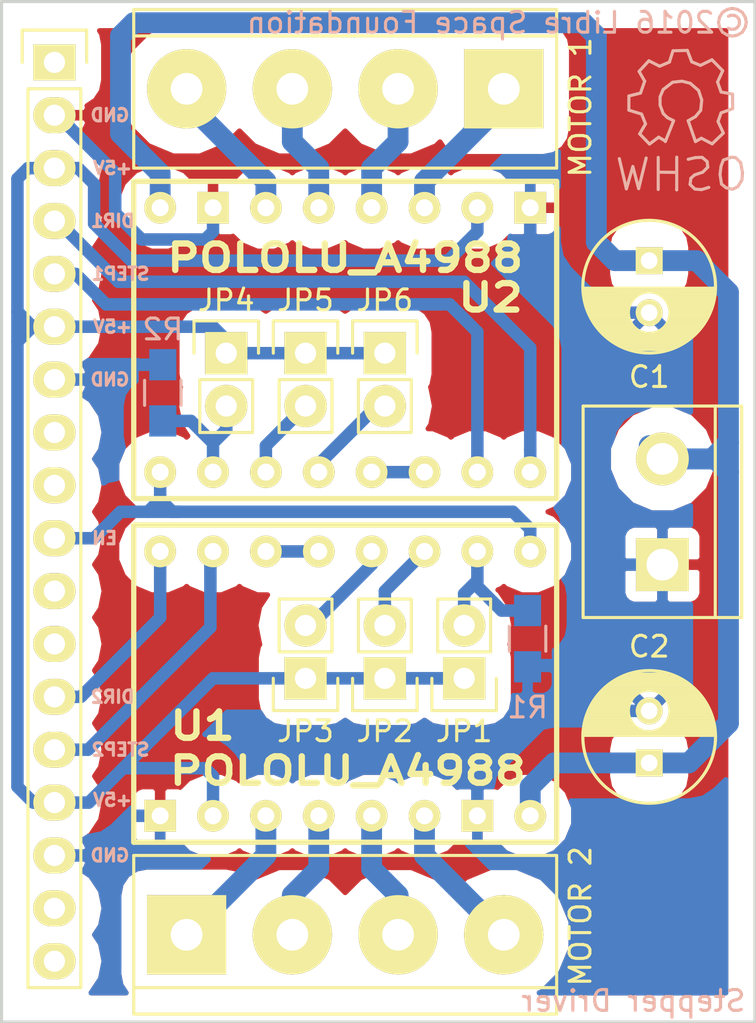
<source format=kicad_pcb>
(kicad_pcb (version 4) (host pcbnew "(after 2015-mar-04 BZR unknown)-product")

  (general
    (links 49)
    (no_connects 0)
    (area 133.655999 72.060999 170.001001 121.233001)
    (thickness 1.6)
    (drawings 15)
    (tracks 177)
    (zones 0)
    (modules 17)
    (nets 32)
  )

  (page A4)
  (layers
    (0 F.Cu mixed)
    (31 B.Cu mixed)
    (32 B.Adhes user)
    (33 F.Adhes user)
    (34 B.Paste user)
    (35 F.Paste user)
    (36 B.SilkS user)
    (37 F.SilkS user)
    (38 B.Mask user)
    (39 F.Mask user)
    (40 Dwgs.User user)
    (41 Cmts.User user)
    (42 Eco1.User user)
    (43 Eco2.User user)
    (44 Edge.Cuts user)
    (45 Margin user)
    (46 B.CrtYd user)
    (47 F.CrtYd user)
    (48 B.Fab user)
    (49 F.Fab user)
  )

  (setup
    (last_trace_width 0.25)
    (user_trace_width 0.6)
    (user_trace_width 1)
    (trace_clearance 0.2)
    (zone_clearance 1.2)
    (zone_45_only no)
    (trace_min 0.2)
    (segment_width 0.2)
    (edge_width 0.15)
    (via_size 0.6)
    (via_drill 0.4)
    (via_min_size 0.4)
    (via_min_drill 0.3)
    (uvia_size 0.3)
    (uvia_drill 0.1)
    (uvias_allowed no)
    (uvia_min_size 0.2)
    (uvia_min_drill 0.1)
    (pcb_text_width 0.3)
    (pcb_text_size 1.5 1.5)
    (mod_edge_width 0.15)
    (mod_text_size 1 1)
    (mod_text_width 0.15)
    (pad_size 1.524 1.524)
    (pad_drill 0.762)
    (pad_to_mask_clearance 0.2)
    (aux_axis_origin 0 0)
    (visible_elements FFFFFF7F)
    (pcbplotparams
      (layerselection 0x01030_80000001)
      (usegerberextensions false)
      (excludeedgelayer true)
      (linewidth 0.150000)
      (plotframeref false)
      (viasonmask false)
      (mode 1)
      (useauxorigin false)
      (hpglpennumber 1)
      (hpglpenspeed 20)
      (hpglpendiameter 15)
      (hpglpenoverlay 2)
      (psnegative false)
      (psa4output false)
      (plotreference true)
      (plotvalue true)
      (plotinvisibletext false)
      (padsonsilk false)
      (subtractmaskfromsilk false)
      (outputformat 1)
      (mirror false)
      (drillshape 0)
      (scaleselection 1)
      (outputdirectory Gerber/))
  )

  (net 0 "")
  (net 1 /VMOT)
  (net 2 +5V)
  (net 3 "Net-(P1-Pad1)")
  (net 4 GND)
  (net 5 /STEPM1)
  (net 6 /DIRM1)
  (net 7 "Net-(P1-Pad8)")
  (net 8 "Net-(P1-Pad9)")
  (net 9 /EN)
  (net 10 "Net-(P1-Pad11)")
  (net 11 "Net-(P1-Pad12)")
  (net 12 /STEPM2)
  (net 13 /DIRM2)
  (net 14 "Net-(P1-Pad17)")
  (net 15 "Net-(P1-Pad18)")
  (net 16 /1AM1)
  (net 17 /2AM1)
  (net 18 /1BM1)
  (net 19 /2BM1)
  (net 20 /1AM2)
  (net 21 /2AM2)
  (net 22 /1BM2)
  (net 23 /2BM2)
  (net 24 "Net-(U1-Pad13)")
  (net 25 "Net-(U2-Pad13)")
  (net 26 /MS1M2)
  (net 27 /MS2M2)
  (net 28 /MS3M2)
  (net 29 /MS1M1)
  (net 30 /MS2M1)
  (net 31 /MS3M1)

  (net_class Default "This is the default net class."
    (clearance 0.2)
    (trace_width 0.25)
    (via_dia 0.6)
    (via_drill 0.4)
    (uvia_dia 0.3)
    (uvia_drill 0.1)
    (add_net +5V)
    (add_net /1AM1)
    (add_net /1AM2)
    (add_net /1BM1)
    (add_net /1BM2)
    (add_net /2AM1)
    (add_net /2AM2)
    (add_net /2BM1)
    (add_net /2BM2)
    (add_net /DIRM1)
    (add_net /DIRM2)
    (add_net /EN)
    (add_net /MS1M1)
    (add_net /MS1M2)
    (add_net /MS2M1)
    (add_net /MS2M2)
    (add_net /MS3M1)
    (add_net /MS3M2)
    (add_net /STEPM1)
    (add_net /STEPM2)
    (add_net /VMOT)
    (add_net GND)
    (add_net "Net-(P1-Pad1)")
    (add_net "Net-(P1-Pad11)")
    (add_net "Net-(P1-Pad12)")
    (add_net "Net-(P1-Pad17)")
    (add_net "Net-(P1-Pad18)")
    (add_net "Net-(P1-Pad8)")
    (add_net "Net-(P1-Pad9)")
    (add_net "Net-(U1-Pad13)")
    (add_net "Net-(U2-Pad13)")
  )

  (module Capacitors_ThroughHole:C_Radial_D6.3_L11.2_P2.5 (layer F.Cu) (tedit 56829B8D) (tstamp 56817CCA)
    (at 164.846 108.712 90)
    (descr "Radial Electrolytic Capacitor, Diameter 6.3mm x Length 11.2mm, Pitch 2.5mm")
    (tags "Electrolytic Capacitor")
    (path /568151CC)
    (fp_text reference C2 (at 5.588 0 180) (layer F.SilkS)
      (effects (font (size 1 1) (thickness 0.15)))
    )
    (fp_text value 100u (at 1.25 4.4 90) (layer F.Fab) hide
      (effects (font (size 1 1) (thickness 0.15)))
    )
    (fp_line (start 1.325 -3.149) (end 1.325 3.149) (layer F.SilkS) (width 0.15))
    (fp_line (start 1.465 -3.143) (end 1.465 3.143) (layer F.SilkS) (width 0.15))
    (fp_line (start 1.605 -3.13) (end 1.605 -0.446) (layer F.SilkS) (width 0.15))
    (fp_line (start 1.605 0.446) (end 1.605 3.13) (layer F.SilkS) (width 0.15))
    (fp_line (start 1.745 -3.111) (end 1.745 -0.656) (layer F.SilkS) (width 0.15))
    (fp_line (start 1.745 0.656) (end 1.745 3.111) (layer F.SilkS) (width 0.15))
    (fp_line (start 1.885 -3.085) (end 1.885 -0.789) (layer F.SilkS) (width 0.15))
    (fp_line (start 1.885 0.789) (end 1.885 3.085) (layer F.SilkS) (width 0.15))
    (fp_line (start 2.025 -3.053) (end 2.025 -0.88) (layer F.SilkS) (width 0.15))
    (fp_line (start 2.025 0.88) (end 2.025 3.053) (layer F.SilkS) (width 0.15))
    (fp_line (start 2.165 -3.014) (end 2.165 -0.942) (layer F.SilkS) (width 0.15))
    (fp_line (start 2.165 0.942) (end 2.165 3.014) (layer F.SilkS) (width 0.15))
    (fp_line (start 2.305 -2.968) (end 2.305 -0.981) (layer F.SilkS) (width 0.15))
    (fp_line (start 2.305 0.981) (end 2.305 2.968) (layer F.SilkS) (width 0.15))
    (fp_line (start 2.445 -2.915) (end 2.445 -0.998) (layer F.SilkS) (width 0.15))
    (fp_line (start 2.445 0.998) (end 2.445 2.915) (layer F.SilkS) (width 0.15))
    (fp_line (start 2.585 -2.853) (end 2.585 -0.996) (layer F.SilkS) (width 0.15))
    (fp_line (start 2.585 0.996) (end 2.585 2.853) (layer F.SilkS) (width 0.15))
    (fp_line (start 2.725 -2.783) (end 2.725 -0.974) (layer F.SilkS) (width 0.15))
    (fp_line (start 2.725 0.974) (end 2.725 2.783) (layer F.SilkS) (width 0.15))
    (fp_line (start 2.865 -2.704) (end 2.865 -0.931) (layer F.SilkS) (width 0.15))
    (fp_line (start 2.865 0.931) (end 2.865 2.704) (layer F.SilkS) (width 0.15))
    (fp_line (start 3.005 -2.616) (end 3.005 -0.863) (layer F.SilkS) (width 0.15))
    (fp_line (start 3.005 0.863) (end 3.005 2.616) (layer F.SilkS) (width 0.15))
    (fp_line (start 3.145 -2.516) (end 3.145 -0.764) (layer F.SilkS) (width 0.15))
    (fp_line (start 3.145 0.764) (end 3.145 2.516) (layer F.SilkS) (width 0.15))
    (fp_line (start 3.285 -2.404) (end 3.285 -0.619) (layer F.SilkS) (width 0.15))
    (fp_line (start 3.285 0.619) (end 3.285 2.404) (layer F.SilkS) (width 0.15))
    (fp_line (start 3.425 -2.279) (end 3.425 -0.38) (layer F.SilkS) (width 0.15))
    (fp_line (start 3.425 0.38) (end 3.425 2.279) (layer F.SilkS) (width 0.15))
    (fp_line (start 3.565 -2.136) (end 3.565 2.136) (layer F.SilkS) (width 0.15))
    (fp_line (start 3.705 -1.974) (end 3.705 1.974) (layer F.SilkS) (width 0.15))
    (fp_line (start 3.845 -1.786) (end 3.845 1.786) (layer F.SilkS) (width 0.15))
    (fp_line (start 3.985 -1.563) (end 3.985 1.563) (layer F.SilkS) (width 0.15))
    (fp_line (start 4.125 -1.287) (end 4.125 1.287) (layer F.SilkS) (width 0.15))
    (fp_line (start 4.265 -0.912) (end 4.265 0.912) (layer F.SilkS) (width 0.15))
    (fp_circle (center 2.5 0) (end 2.5 -1) (layer F.SilkS) (width 0.15))
    (fp_circle (center 1.25 0) (end 1.25 -3.1875) (layer F.SilkS) (width 0.15))
    (fp_circle (center 1.25 0) (end 1.25 -3.4) (layer F.CrtYd) (width 0.05))
    (pad 2 thru_hole circle (at 2.5 0 90) (size 1.3 1.3) (drill 0.8) (layers *.Cu *.Mask F.SilkS)
      (net 4 GND))
    (pad 1 thru_hole rect (at 0 0 90) (size 1.3 1.3) (drill 0.8) (layers *.Cu *.Mask F.SilkS)
      (net 1 /VMOT))
    (model Capacitors_ThroughHole.3dshapes/C_Radial_D6.3_L11.2_P2.5.wrl
      (at (xyz 0 0 0))
      (scale (xyz 1 1 1))
      (rotate (xyz 0 0 0))
    )
  )

  (module Connect:bornier4 (layer F.Cu) (tedit 5686BBC8) (tstamp 56817D12)
    (at 150.241 76.327 180)
    (descr "Bornier d'alimentation 4 pins")
    (tags DEV)
    (path /56813E91)
    (fp_text reference P3 (at 0 -6.35 180) (layer F.SilkS) hide
      (effects (font (size 1 1) (thickness 0.15)))
    )
    (fp_text value "MOTOR 1" (at -11.303 -0.889 270) (layer F.SilkS)
      (effects (font (size 1 1) (thickness 0.15)))
    )
    (fp_line (start -10.16 -3.81) (end -10.16 3.81) (layer F.SilkS) (width 0.15))
    (fp_line (start 10.16 3.81) (end 10.16 -3.81) (layer F.SilkS) (width 0.15))
    (fp_line (start 10.16 2.54) (end -10.16 2.54) (layer F.SilkS) (width 0.15))
    (fp_line (start -10.16 -3.81) (end 10.16 -3.81) (layer F.SilkS) (width 0.15))
    (fp_line (start -10.16 3.81) (end 10.16 3.81) (layer F.SilkS) (width 0.15))
    (pad 2 thru_hole circle (at -2.54 0 180) (size 3.81 3.81) (drill 1.524) (layers *.Cu *.Mask F.SilkS)
      (net 16 /1AM1))
    (pad 3 thru_hole circle (at 2.54 0 180) (size 3.81 3.81) (drill 1.524) (layers *.Cu *.Mask F.SilkS)
      (net 17 /2AM1))
    (pad 1 thru_hole rect (at -7.62 0 180) (size 3.81 3.81) (drill 1.524) (layers *.Cu *.Mask F.SilkS)
      (net 18 /1BM1))
    (pad 4 thru_hole circle (at 7.62 0 180) (size 3.81 3.81) (drill 1.524) (layers *.Cu *.Mask F.SilkS)
      (net 19 /2BM1))
    (model Connect.3dshapes/bornier4.wrl
      (at (xyz 0 0 0))
      (scale (xyz 1 1 1))
      (rotate (xyz 0 0 0))
    )
  )

  (module Capacitors_ThroughHole:C_Radial_D6.3_L11.2_P2.5 (layer F.Cu) (tedit 5686BC16) (tstamp 56817CC4)
    (at 164.846 84.582 270)
    (descr "Radial Electrolytic Capacitor, Diameter 6.3mm x Length 11.2mm, Pitch 2.5mm")
    (tags "Electrolytic Capacitor")
    (path /56816138)
    (fp_text reference C1 (at 5.588 0 360) (layer F.SilkS)
      (effects (font (size 1 1) (thickness 0.15)))
    )
    (fp_text value 100u (at 6.35 3.81 270) (layer F.Fab) hide
      (effects (font (size 1 1) (thickness 0.15)))
    )
    (fp_line (start 1.325 -3.149) (end 1.325 3.149) (layer F.SilkS) (width 0.15))
    (fp_line (start 1.465 -3.143) (end 1.465 3.143) (layer F.SilkS) (width 0.15))
    (fp_line (start 1.605 -3.13) (end 1.605 -0.446) (layer F.SilkS) (width 0.15))
    (fp_line (start 1.605 0.446) (end 1.605 3.13) (layer F.SilkS) (width 0.15))
    (fp_line (start 1.745 -3.111) (end 1.745 -0.656) (layer F.SilkS) (width 0.15))
    (fp_line (start 1.745 0.656) (end 1.745 3.111) (layer F.SilkS) (width 0.15))
    (fp_line (start 1.885 -3.085) (end 1.885 -0.789) (layer F.SilkS) (width 0.15))
    (fp_line (start 1.885 0.789) (end 1.885 3.085) (layer F.SilkS) (width 0.15))
    (fp_line (start 2.025 -3.053) (end 2.025 -0.88) (layer F.SilkS) (width 0.15))
    (fp_line (start 2.025 0.88) (end 2.025 3.053) (layer F.SilkS) (width 0.15))
    (fp_line (start 2.165 -3.014) (end 2.165 -0.942) (layer F.SilkS) (width 0.15))
    (fp_line (start 2.165 0.942) (end 2.165 3.014) (layer F.SilkS) (width 0.15))
    (fp_line (start 2.305 -2.968) (end 2.305 -0.981) (layer F.SilkS) (width 0.15))
    (fp_line (start 2.305 0.981) (end 2.305 2.968) (layer F.SilkS) (width 0.15))
    (fp_line (start 2.445 -2.915) (end 2.445 -0.998) (layer F.SilkS) (width 0.15))
    (fp_line (start 2.445 0.998) (end 2.445 2.915) (layer F.SilkS) (width 0.15))
    (fp_line (start 2.585 -2.853) (end 2.585 -0.996) (layer F.SilkS) (width 0.15))
    (fp_line (start 2.585 0.996) (end 2.585 2.853) (layer F.SilkS) (width 0.15))
    (fp_line (start 2.725 -2.783) (end 2.725 -0.974) (layer F.SilkS) (width 0.15))
    (fp_line (start 2.725 0.974) (end 2.725 2.783) (layer F.SilkS) (width 0.15))
    (fp_line (start 2.865 -2.704) (end 2.865 -0.931) (layer F.SilkS) (width 0.15))
    (fp_line (start 2.865 0.931) (end 2.865 2.704) (layer F.SilkS) (width 0.15))
    (fp_line (start 3.005 -2.616) (end 3.005 -0.863) (layer F.SilkS) (width 0.15))
    (fp_line (start 3.005 0.863) (end 3.005 2.616) (layer F.SilkS) (width 0.15))
    (fp_line (start 3.145 -2.516) (end 3.145 -0.764) (layer F.SilkS) (width 0.15))
    (fp_line (start 3.145 0.764) (end 3.145 2.516) (layer F.SilkS) (width 0.15))
    (fp_line (start 3.285 -2.404) (end 3.285 -0.619) (layer F.SilkS) (width 0.15))
    (fp_line (start 3.285 0.619) (end 3.285 2.404) (layer F.SilkS) (width 0.15))
    (fp_line (start 3.425 -2.279) (end 3.425 -0.38) (layer F.SilkS) (width 0.15))
    (fp_line (start 3.425 0.38) (end 3.425 2.279) (layer F.SilkS) (width 0.15))
    (fp_line (start 3.565 -2.136) (end 3.565 2.136) (layer F.SilkS) (width 0.15))
    (fp_line (start 3.705 -1.974) (end 3.705 1.974) (layer F.SilkS) (width 0.15))
    (fp_line (start 3.845 -1.786) (end 3.845 1.786) (layer F.SilkS) (width 0.15))
    (fp_line (start 3.985 -1.563) (end 3.985 1.563) (layer F.SilkS) (width 0.15))
    (fp_line (start 4.125 -1.287) (end 4.125 1.287) (layer F.SilkS) (width 0.15))
    (fp_line (start 4.265 -0.912) (end 4.265 0.912) (layer F.SilkS) (width 0.15))
    (fp_circle (center 2.5 0) (end 2.5 -1) (layer F.SilkS) (width 0.15))
    (fp_circle (center 1.25 0) (end 1.25 -3.1875) (layer F.SilkS) (width 0.15))
    (fp_circle (center 1.25 0) (end 1.25 -3.4) (layer F.CrtYd) (width 0.05))
    (pad 2 thru_hole circle (at 2.5 0 270) (size 1.3 1.3) (drill 0.8) (layers *.Cu *.Mask F.SilkS)
      (net 4 GND))
    (pad 1 thru_hole rect (at 0 0 270) (size 1.3 1.3) (drill 0.8) (layers *.Cu *.Mask F.SilkS)
      (net 1 /VMOT))
    (model Capacitors_ThroughHole.3dshapes/C_Radial_D6.3_L11.2_P2.5.wrl
      (at (xyz 0 0 0))
      (scale (xyz 1 1 1))
      (rotate (xyz 0 0 0))
    )
  )

  (module Pin_Headers:Pin_Header_Straight_1x02 (layer F.Cu) (tedit 56828E89) (tstamp 56817CD0)
    (at 155.956 104.648 180)
    (descr "Through hole pin header")
    (tags "pin header")
    (path /5681614E)
    (fp_text reference JP1 (at 0 -2.54 180) (layer F.SilkS)
      (effects (font (size 1 1) (thickness 0.15)))
    )
    (fp_text value Jumper_NO_Small (at 0 -3.1 180) (layer F.Fab) hide
      (effects (font (size 1 1) (thickness 0.15)))
    )
    (fp_line (start 1.27 1.27) (end 1.27 3.81) (layer F.SilkS) (width 0.15))
    (fp_line (start 1.55 -1.55) (end 1.55 0) (layer F.SilkS) (width 0.15))
    (fp_line (start -1.75 -1.75) (end -1.75 4.3) (layer F.CrtYd) (width 0.05))
    (fp_line (start 1.75 -1.75) (end 1.75 4.3) (layer F.CrtYd) (width 0.05))
    (fp_line (start -1.75 -1.75) (end 1.75 -1.75) (layer F.CrtYd) (width 0.05))
    (fp_line (start -1.75 4.3) (end 1.75 4.3) (layer F.CrtYd) (width 0.05))
    (fp_line (start 1.27 1.27) (end -1.27 1.27) (layer F.SilkS) (width 0.15))
    (fp_line (start -1.55 0) (end -1.55 -1.55) (layer F.SilkS) (width 0.15))
    (fp_line (start -1.55 -1.55) (end 1.55 -1.55) (layer F.SilkS) (width 0.15))
    (fp_line (start -1.27 1.27) (end -1.27 3.81) (layer F.SilkS) (width 0.15))
    (fp_line (start -1.27 3.81) (end 1.27 3.81) (layer F.SilkS) (width 0.15))
    (pad 1 thru_hole rect (at 0 0 180) (size 2.032 2.032) (drill 1.016) (layers *.Cu *.Mask F.SilkS)
      (net 2 +5V))
    (pad 2 thru_hole oval (at 0 2.54 180) (size 2.032 2.032) (drill 1.016) (layers *.Cu *.Mask F.SilkS)
      (net 26 /MS1M2))
    (model Pin_Headers.3dshapes/Pin_Header_Straight_1x02.wrl
      (at (xyz 0 -0.05 0))
      (scale (xyz 1 1 1))
      (rotate (xyz 0 0 90))
    )
  )

  (module Pin_Headers:Pin_Header_Straight_1x02 (layer F.Cu) (tedit 56828E82) (tstamp 56817CD6)
    (at 152.146 104.648 180)
    (descr "Through hole pin header")
    (tags "pin header")
    (path /56816147)
    (fp_text reference JP2 (at 0 -2.54 180) (layer F.SilkS)
      (effects (font (size 1 1) (thickness 0.15)))
    )
    (fp_text value Jumper_NO_Small (at 0 -3.1 180) (layer F.Fab) hide
      (effects (font (size 1 1) (thickness 0.15)))
    )
    (fp_line (start 1.27 1.27) (end 1.27 3.81) (layer F.SilkS) (width 0.15))
    (fp_line (start 1.55 -1.55) (end 1.55 0) (layer F.SilkS) (width 0.15))
    (fp_line (start -1.75 -1.75) (end -1.75 4.3) (layer F.CrtYd) (width 0.05))
    (fp_line (start 1.75 -1.75) (end 1.75 4.3) (layer F.CrtYd) (width 0.05))
    (fp_line (start -1.75 -1.75) (end 1.75 -1.75) (layer F.CrtYd) (width 0.05))
    (fp_line (start -1.75 4.3) (end 1.75 4.3) (layer F.CrtYd) (width 0.05))
    (fp_line (start 1.27 1.27) (end -1.27 1.27) (layer F.SilkS) (width 0.15))
    (fp_line (start -1.55 0) (end -1.55 -1.55) (layer F.SilkS) (width 0.15))
    (fp_line (start -1.55 -1.55) (end 1.55 -1.55) (layer F.SilkS) (width 0.15))
    (fp_line (start -1.27 1.27) (end -1.27 3.81) (layer F.SilkS) (width 0.15))
    (fp_line (start -1.27 3.81) (end 1.27 3.81) (layer F.SilkS) (width 0.15))
    (pad 1 thru_hole rect (at 0 0 180) (size 2.032 2.032) (drill 1.016) (layers *.Cu *.Mask F.SilkS)
      (net 2 +5V))
    (pad 2 thru_hole oval (at 0 2.54 180) (size 2.032 2.032) (drill 1.016) (layers *.Cu *.Mask F.SilkS)
      (net 27 /MS2M2))
    (model Pin_Headers.3dshapes/Pin_Header_Straight_1x02.wrl
      (at (xyz 0 -0.05 0))
      (scale (xyz 1 1 1))
      (rotate (xyz 0 0 90))
    )
  )

  (module Pin_Headers:Pin_Header_Straight_1x02 (layer F.Cu) (tedit 56828E86) (tstamp 56817CDC)
    (at 148.336 104.648 180)
    (descr "Through hole pin header")
    (tags "pin header")
    (path /56816155)
    (fp_text reference JP3 (at 0 -2.54 180) (layer F.SilkS)
      (effects (font (size 1 1) (thickness 0.15)))
    )
    (fp_text value Jumper_NO_Small (at 0 -3.1 180) (layer F.Fab) hide
      (effects (font (size 1 1) (thickness 0.15)))
    )
    (fp_line (start 1.27 1.27) (end 1.27 3.81) (layer F.SilkS) (width 0.15))
    (fp_line (start 1.55 -1.55) (end 1.55 0) (layer F.SilkS) (width 0.15))
    (fp_line (start -1.75 -1.75) (end -1.75 4.3) (layer F.CrtYd) (width 0.05))
    (fp_line (start 1.75 -1.75) (end 1.75 4.3) (layer F.CrtYd) (width 0.05))
    (fp_line (start -1.75 -1.75) (end 1.75 -1.75) (layer F.CrtYd) (width 0.05))
    (fp_line (start -1.75 4.3) (end 1.75 4.3) (layer F.CrtYd) (width 0.05))
    (fp_line (start 1.27 1.27) (end -1.27 1.27) (layer F.SilkS) (width 0.15))
    (fp_line (start -1.55 0) (end -1.55 -1.55) (layer F.SilkS) (width 0.15))
    (fp_line (start -1.55 -1.55) (end 1.55 -1.55) (layer F.SilkS) (width 0.15))
    (fp_line (start -1.27 1.27) (end -1.27 3.81) (layer F.SilkS) (width 0.15))
    (fp_line (start -1.27 3.81) (end 1.27 3.81) (layer F.SilkS) (width 0.15))
    (pad 1 thru_hole rect (at 0 0 180) (size 2.032 2.032) (drill 1.016) (layers *.Cu *.Mask F.SilkS)
      (net 2 +5V))
    (pad 2 thru_hole oval (at 0 2.54 180) (size 2.032 2.032) (drill 1.016) (layers *.Cu *.Mask F.SilkS)
      (net 28 /MS3M2))
    (model Pin_Headers.3dshapes/Pin_Header_Straight_1x02.wrl
      (at (xyz 0 -0.05 0))
      (scale (xyz 1 1 1))
      (rotate (xyz 0 0 90))
    )
  )

  (module Pin_Headers:Pin_Header_Straight_1x18 (layer F.Cu) (tedit 56828ECB) (tstamp 56817D04)
    (at 136.271 75.057)
    (descr "Through hole pin header")
    (tags "pin header")
    (path /5681386B)
    (fp_text reference P1 (at 0 -5.1) (layer F.SilkS) hide
      (effects (font (size 1 1) (thickness 0.15)))
    )
    (fp_text value uC_Board (at 0 -3.1) (layer F.Fab) hide
      (effects (font (size 1 1) (thickness 0.15)))
    )
    (fp_line (start -1.75 -1.75) (end -1.75 44.95) (layer F.CrtYd) (width 0.05))
    (fp_line (start 1.75 -1.75) (end 1.75 44.95) (layer F.CrtYd) (width 0.05))
    (fp_line (start -1.75 -1.75) (end 1.75 -1.75) (layer F.CrtYd) (width 0.05))
    (fp_line (start -1.75 44.95) (end 1.75 44.95) (layer F.CrtYd) (width 0.05))
    (fp_line (start 1.27 1.27) (end 1.27 44.45) (layer F.SilkS) (width 0.15))
    (fp_line (start 1.27 44.45) (end -1.27 44.45) (layer F.SilkS) (width 0.15))
    (fp_line (start -1.27 44.45) (end -1.27 1.27) (layer F.SilkS) (width 0.15))
    (fp_line (start 1.55 -1.55) (end 1.55 0) (layer F.SilkS) (width 0.15))
    (fp_line (start 1.27 1.27) (end -1.27 1.27) (layer F.SilkS) (width 0.15))
    (fp_line (start -1.55 0) (end -1.55 -1.55) (layer F.SilkS) (width 0.15))
    (fp_line (start -1.55 -1.55) (end 1.55 -1.55) (layer F.SilkS) (width 0.15))
    (pad 1 thru_hole rect (at 0 0) (size 2.032 1.7272) (drill 1.016) (layers *.Cu *.Mask F.SilkS)
      (net 3 "Net-(P1-Pad1)"))
    (pad 2 thru_hole oval (at 0 2.54) (size 2.032 1.7272) (drill 1.016) (layers *.Cu *.Mask F.SilkS)
      (net 4 GND))
    (pad 3 thru_hole oval (at 0 5.08) (size 2.032 1.7272) (drill 1.016) (layers *.Cu *.Mask F.SilkS)
      (net 2 +5V))
    (pad 4 thru_hole oval (at 0 7.62) (size 2.032 1.7272) (drill 1.016) (layers *.Cu *.Mask F.SilkS)
      (net 6 /DIRM1))
    (pad 5 thru_hole oval (at 0 10.16) (size 2.032 1.7272) (drill 1.016) (layers *.Cu *.Mask F.SilkS)
      (net 5 /STEPM1))
    (pad 6 thru_hole oval (at 0 12.7) (size 2.032 1.7272) (drill 1.016) (layers *.Cu *.Mask F.SilkS)
      (net 2 +5V))
    (pad 7 thru_hole oval (at 0 15.24) (size 2.032 1.7272) (drill 1.016) (layers *.Cu *.Mask F.SilkS)
      (net 4 GND))
    (pad 8 thru_hole oval (at 0 17.78) (size 2.032 1.7272) (drill 1.016) (layers *.Cu *.Mask F.SilkS)
      (net 7 "Net-(P1-Pad8)"))
    (pad 9 thru_hole oval (at 0 20.32) (size 2.032 1.7272) (drill 1.016) (layers *.Cu *.Mask F.SilkS)
      (net 8 "Net-(P1-Pad9)"))
    (pad 10 thru_hole oval (at 0 22.86) (size 2.032 1.7272) (drill 1.016) (layers *.Cu *.Mask F.SilkS)
      (net 9 /EN))
    (pad 11 thru_hole oval (at 0 25.4) (size 2.032 1.7272) (drill 1.016) (layers *.Cu *.Mask F.SilkS)
      (net 10 "Net-(P1-Pad11)"))
    (pad 12 thru_hole oval (at 0 27.94) (size 2.032 1.7272) (drill 1.016) (layers *.Cu *.Mask F.SilkS)
      (net 11 "Net-(P1-Pad12)"))
    (pad 13 thru_hole oval (at 0 30.48) (size 2.032 1.7272) (drill 1.016) (layers *.Cu *.Mask F.SilkS)
      (net 13 /DIRM2))
    (pad 14 thru_hole oval (at 0 33.02) (size 2.032 1.7272) (drill 1.016) (layers *.Cu *.Mask F.SilkS)
      (net 12 /STEPM2))
    (pad 15 thru_hole oval (at 0 35.56) (size 2.032 1.7272) (drill 1.016) (layers *.Cu *.Mask F.SilkS)
      (net 2 +5V))
    (pad 16 thru_hole oval (at 0 38.1) (size 2.032 1.7272) (drill 1.016) (layers *.Cu *.Mask F.SilkS)
      (net 4 GND))
    (pad 17 thru_hole oval (at 0 40.64) (size 2.032 1.7272) (drill 1.016) (layers *.Cu *.Mask F.SilkS)
      (net 14 "Net-(P1-Pad17)"))
    (pad 18 thru_hole oval (at 0 43.18) (size 2.032 1.7272) (drill 1.016) (layers *.Cu *.Mask F.SilkS)
      (net 15 "Net-(P1-Pad18)"))
    (model Pin_Headers.3dshapes/Pin_Header_Straight_1x18.wrl
      (at (xyz 0 -0.85 -0.07000000000000001))
      (scale (xyz 1 1 1))
      (rotate (xyz 0 180 90))
    )
  )

  (module Connect:bornier2 (layer F.Cu) (tedit 5682920E) (tstamp 56817D0A)
    (at 165.481 96.647 90)
    (descr "Bornier d'alimentation 2 pins")
    (tags DEV)
    (path /56813BD5)
    (fp_text reference P2 (at 0 -5.08 90) (layer F.SilkS) hide
      (effects (font (size 1 1) (thickness 0.15)))
    )
    (fp_text value "POWER IN" (at 0 5.08 90) (layer F.Fab) hide
      (effects (font (size 1 1) (thickness 0.15)))
    )
    (fp_line (start 5.08 2.54) (end -5.08 2.54) (layer F.SilkS) (width 0.15))
    (fp_line (start 5.08 3.81) (end 5.08 -3.81) (layer F.SilkS) (width 0.15))
    (fp_line (start 5.08 -3.81) (end -5.08 -3.81) (layer F.SilkS) (width 0.15))
    (fp_line (start -5.08 -3.81) (end -5.08 3.81) (layer F.SilkS) (width 0.15))
    (fp_line (start -5.08 3.81) (end 5.08 3.81) (layer F.SilkS) (width 0.15))
    (pad 1 thru_hole rect (at -2.54 0 90) (size 2.54 2.54) (drill 1.524) (layers *.Cu *.Mask F.SilkS)
      (net 4 GND))
    (pad 2 thru_hole circle (at 2.54 0 90) (size 2.54 2.54) (drill 1.524) (layers *.Cu *.Mask F.SilkS)
      (net 1 /VMOT))
    (model Connect.3dshapes/bornier2.wrl
      (at (xyz 0 0 0))
      (scale (xyz 1 1 1))
      (rotate (xyz 0 0 0))
    )
  )

  (module Connect:bornier4 (layer F.Cu) (tedit 5686BC30) (tstamp 56817D1A)
    (at 150.241 116.967)
    (descr "Bornier d'alimentation 4 pins")
    (tags DEV)
    (path /56813D7C)
    (fp_text reference P4 (at 0.635 -8.255) (layer F.SilkS) hide
      (effects (font (size 1 1) (thickness 0.15)))
    )
    (fp_text value "MOTOR 2" (at 11.303 -0.889 90) (layer F.SilkS)
      (effects (font (size 1 1) (thickness 0.15)))
    )
    (fp_line (start -10.16 -3.81) (end -10.16 3.81) (layer F.SilkS) (width 0.15))
    (fp_line (start 10.16 3.81) (end 10.16 -3.81) (layer F.SilkS) (width 0.15))
    (fp_line (start 10.16 2.54) (end -10.16 2.54) (layer F.SilkS) (width 0.15))
    (fp_line (start -10.16 -3.81) (end 10.16 -3.81) (layer F.SilkS) (width 0.15))
    (fp_line (start -10.16 3.81) (end 10.16 3.81) (layer F.SilkS) (width 0.15))
    (pad 2 thru_hole circle (at -2.54 0) (size 3.81 3.81) (drill 1.524) (layers *.Cu *.Mask F.SilkS)
      (net 20 /1AM2))
    (pad 3 thru_hole circle (at 2.54 0) (size 3.81 3.81) (drill 1.524) (layers *.Cu *.Mask F.SilkS)
      (net 21 /2AM2))
    (pad 1 thru_hole rect (at -7.62 0) (size 3.81 3.81) (drill 1.524) (layers *.Cu *.Mask F.SilkS)
      (net 22 /1BM2))
    (pad 4 thru_hole circle (at 7.62 0) (size 3.81 3.81) (drill 1.524) (layers *.Cu *.Mask F.SilkS)
      (net 23 /2BM2))
    (model Connect.3dshapes/bornier4.wrl
      (at (xyz 0 0 0))
      (scale (xyz 1 1 1))
      (rotate (xyz 0 0 0))
    )
  )

  (module Pin_Headers:Pin_Header_Straight_1x02 (layer F.Cu) (tedit 56829AAB) (tstamp 56829AAF)
    (at 144.526 89.027)
    (descr "Through hole pin header")
    (tags "pin header")
    (path /5682CC78)
    (fp_text reference JP4 (at 0 -2.54) (layer F.SilkS)
      (effects (font (size 1 1) (thickness 0.15)))
    )
    (fp_text value Jumper_NO_Small (at 0 -3.1) (layer F.Fab) hide
      (effects (font (size 1 1) (thickness 0.15)))
    )
    (fp_line (start 1.27 1.27) (end 1.27 3.81) (layer F.SilkS) (width 0.15))
    (fp_line (start 1.55 -1.55) (end 1.55 0) (layer F.SilkS) (width 0.15))
    (fp_line (start -1.75 -1.75) (end -1.75 4.3) (layer F.CrtYd) (width 0.05))
    (fp_line (start 1.75 -1.75) (end 1.75 4.3) (layer F.CrtYd) (width 0.05))
    (fp_line (start -1.75 -1.75) (end 1.75 -1.75) (layer F.CrtYd) (width 0.05))
    (fp_line (start -1.75 4.3) (end 1.75 4.3) (layer F.CrtYd) (width 0.05))
    (fp_line (start 1.27 1.27) (end -1.27 1.27) (layer F.SilkS) (width 0.15))
    (fp_line (start -1.55 0) (end -1.55 -1.55) (layer F.SilkS) (width 0.15))
    (fp_line (start -1.55 -1.55) (end 1.55 -1.55) (layer F.SilkS) (width 0.15))
    (fp_line (start -1.27 1.27) (end -1.27 3.81) (layer F.SilkS) (width 0.15))
    (fp_line (start -1.27 3.81) (end 1.27 3.81) (layer F.SilkS) (width 0.15))
    (pad 1 thru_hole rect (at 0 0) (size 2.032 2.032) (drill 1.016) (layers *.Cu *.Mask F.SilkS)
      (net 2 +5V))
    (pad 2 thru_hole oval (at 0 2.54) (size 2.032 2.032) (drill 1.016) (layers *.Cu *.Mask F.SilkS)
      (net 29 /MS1M1))
    (model Pin_Headers.3dshapes/Pin_Header_Straight_1x02.wrl
      (at (xyz 0 -0.05 0))
      (scale (xyz 1 1 1))
      (rotate (xyz 0 0 90))
    )
  )

  (module Pin_Headers:Pin_Header_Straight_1x02 (layer F.Cu) (tedit 56829AAF) (tstamp 56829AB5)
    (at 148.336 89.027)
    (descr "Through hole pin header")
    (tags "pin header")
    (path /5682CC72)
    (fp_text reference JP5 (at 0 -2.54) (layer F.SilkS)
      (effects (font (size 1 1) (thickness 0.15)))
    )
    (fp_text value Jumper_NO_Small (at 0 -3.1) (layer F.Fab) hide
      (effects (font (size 1 1) (thickness 0.15)))
    )
    (fp_line (start 1.27 1.27) (end 1.27 3.81) (layer F.SilkS) (width 0.15))
    (fp_line (start 1.55 -1.55) (end 1.55 0) (layer F.SilkS) (width 0.15))
    (fp_line (start -1.75 -1.75) (end -1.75 4.3) (layer F.CrtYd) (width 0.05))
    (fp_line (start 1.75 -1.75) (end 1.75 4.3) (layer F.CrtYd) (width 0.05))
    (fp_line (start -1.75 -1.75) (end 1.75 -1.75) (layer F.CrtYd) (width 0.05))
    (fp_line (start -1.75 4.3) (end 1.75 4.3) (layer F.CrtYd) (width 0.05))
    (fp_line (start 1.27 1.27) (end -1.27 1.27) (layer F.SilkS) (width 0.15))
    (fp_line (start -1.55 0) (end -1.55 -1.55) (layer F.SilkS) (width 0.15))
    (fp_line (start -1.55 -1.55) (end 1.55 -1.55) (layer F.SilkS) (width 0.15))
    (fp_line (start -1.27 1.27) (end -1.27 3.81) (layer F.SilkS) (width 0.15))
    (fp_line (start -1.27 3.81) (end 1.27 3.81) (layer F.SilkS) (width 0.15))
    (pad 1 thru_hole rect (at 0 0) (size 2.032 2.032) (drill 1.016) (layers *.Cu *.Mask F.SilkS)
      (net 2 +5V))
    (pad 2 thru_hole oval (at 0 2.54) (size 2.032 2.032) (drill 1.016) (layers *.Cu *.Mask F.SilkS)
      (net 30 /MS2M1))
    (model Pin_Headers.3dshapes/Pin_Header_Straight_1x02.wrl
      (at (xyz 0 -0.05 0))
      (scale (xyz 1 1 1))
      (rotate (xyz 0 0 90))
    )
  )

  (module Pin_Headers:Pin_Header_Straight_1x02 (layer F.Cu) (tedit 5682D7DF) (tstamp 56829ABB)
    (at 152.146 89.027)
    (descr "Through hole pin header")
    (tags "pin header")
    (path /5682CC7E)
    (fp_text reference JP6 (at 0 -2.54) (layer F.SilkS)
      (effects (font (size 1 1) (thickness 0.15)))
    )
    (fp_text value Jumper_NO_Small (at 0 -3.1) (layer F.Fab) hide
      (effects (font (size 1 1) (thickness 0.15)))
    )
    (fp_line (start 1.27 1.27) (end 1.27 3.81) (layer F.SilkS) (width 0.15))
    (fp_line (start 1.55 -1.55) (end 1.55 0) (layer F.SilkS) (width 0.15))
    (fp_line (start -1.75 -1.75) (end -1.75 4.3) (layer F.CrtYd) (width 0.05))
    (fp_line (start 1.75 -1.75) (end 1.75 4.3) (layer F.CrtYd) (width 0.05))
    (fp_line (start -1.75 -1.75) (end 1.75 -1.75) (layer F.CrtYd) (width 0.05))
    (fp_line (start -1.75 4.3) (end 1.75 4.3) (layer F.CrtYd) (width 0.05))
    (fp_line (start 1.27 1.27) (end -1.27 1.27) (layer F.SilkS) (width 0.15))
    (fp_line (start -1.55 0) (end -1.55 -1.55) (layer F.SilkS) (width 0.15))
    (fp_line (start -1.55 -1.55) (end 1.55 -1.55) (layer F.SilkS) (width 0.15))
    (fp_line (start -1.27 1.27) (end -1.27 3.81) (layer F.SilkS) (width 0.15))
    (fp_line (start -1.27 3.81) (end 1.27 3.81) (layer F.SilkS) (width 0.15))
    (pad 1 thru_hole rect (at 0 0) (size 2.032 2.032) (drill 1.016) (layers *.Cu *.Mask F.SilkS)
      (net 2 +5V))
    (pad 2 thru_hole oval (at 0 2.54) (size 2.032 2.032) (drill 1.016) (layers *.Cu *.Mask F.SilkS)
      (net 31 /MS3M1))
    (model Pin_Headers.3dshapes/Pin_Header_Straight_1x02.wrl
      (at (xyz 0 -0.05 0))
      (scale (xyz 1 1 1))
      (rotate (xyz 0 0 90))
    )
  )

  (module Resistors_SMD:R_0805_HandSoldering (layer B.Cu) (tedit 5682A9C1) (tstamp 56817D26)
    (at 141.478 90.932 90)
    (descr "Resistor SMD 0805, hand soldering")
    (tags "resistor 0805")
    (path /56814F5D)
    (attr smd)
    (fp_text reference R2 (at 3.048 0 180) (layer B.SilkS)
      (effects (font (size 1 1) (thickness 0.15)) (justify mirror))
    )
    (fp_text value 100k (at 0 -2.1 90) (layer B.Fab) hide
      (effects (font (size 1 1) (thickness 0.15)) (justify mirror))
    )
    (fp_line (start -2.4 1) (end 2.4 1) (layer B.CrtYd) (width 0.05))
    (fp_line (start -2.4 -1) (end 2.4 -1) (layer B.CrtYd) (width 0.05))
    (fp_line (start -2.4 1) (end -2.4 -1) (layer B.CrtYd) (width 0.05))
    (fp_line (start 2.4 1) (end 2.4 -1) (layer B.CrtYd) (width 0.05))
    (fp_line (start 0.6 -0.875) (end -0.6 -0.875) (layer B.SilkS) (width 0.15))
    (fp_line (start -0.6 0.875) (end 0.6 0.875) (layer B.SilkS) (width 0.15))
    (pad 1 smd rect (at -1.35 0 90) (size 1.5 1.3) (layers B.Cu B.Paste B.Mask)
      (net 29 /MS1M1))
    (pad 2 smd rect (at 1.35 0 90) (size 1.5 1.3) (layers B.Cu B.Paste B.Mask)
      (net 4 GND))
    (model Resistors_SMD.3dshapes/R_0805_HandSoldering.wrl
      (at (xyz 0 0 0))
      (scale (xyz 1 1 1))
      (rotate (xyz 0 0 0))
    )
  )

  (module Resistors_SMD:R_0805_HandSoldering (layer B.Cu) (tedit 5682A9B9) (tstamp 56817D20)
    (at 159.004 102.743 270)
    (descr "Resistor SMD 0805, hand soldering")
    (tags "resistor 0805")
    (path /5681612B)
    (attr smd)
    (fp_text reference R1 (at 3.302 0 360) (layer B.SilkS)
      (effects (font (size 1 1) (thickness 0.15)) (justify mirror))
    )
    (fp_text value 100k (at 0 -2.1 270) (layer B.Fab) hide
      (effects (font (size 1 1) (thickness 0.15)) (justify mirror))
    )
    (fp_line (start -2.4 1) (end 2.4 1) (layer B.CrtYd) (width 0.05))
    (fp_line (start -2.4 -1) (end 2.4 -1) (layer B.CrtYd) (width 0.05))
    (fp_line (start -2.4 1) (end -2.4 -1) (layer B.CrtYd) (width 0.05))
    (fp_line (start 2.4 1) (end 2.4 -1) (layer B.CrtYd) (width 0.05))
    (fp_line (start 0.6 -0.875) (end -0.6 -0.875) (layer B.SilkS) (width 0.15))
    (fp_line (start -0.6 0.875) (end 0.6 0.875) (layer B.SilkS) (width 0.15))
    (pad 1 smd rect (at -1.35 0 270) (size 1.5 1.3) (layers B.Cu B.Paste B.Mask)
      (net 26 /MS1M2))
    (pad 2 smd rect (at 1.35 0 270) (size 1.5 1.3) (layers B.Cu B.Paste B.Mask)
      (net 4 GND))
    (model Resistors_SMD.3dshapes/R_0805_HandSoldering.wrl
      (at (xyz 0 0 0))
      (scale (xyz 1 1 1))
      (rotate (xyz 0 0 0))
    )
  )

  (module Symbols:Symbol_OSHW-Logo_SilkScreen (layer B.Cu) (tedit 5686BC08) (tstamp 5682D9D8)
    (at 166.37 76.962 180)
    (descr "Symbol, OSHW-Logo, Silk Screen,")
    (tags "Symbol, OSHW-Logo, Silk Screen,")
    (fp_text reference "©2016 Libre Space Foundation " (at 9.144 3.81 180) (layer B.SilkS)
      (effects (font (size 1 1) (thickness 0.15)) (justify mirror))
    )
    (fp_text value "Stepper Driver" (at 2.286 -43.18 180) (layer B.SilkS)
      (effects (font (size 1 1) (thickness 0.15)) (justify mirror))
    )
    (fp_line (start 1.66878 -2.68986) (end 2.02946 -4.16052) (layer B.SilkS) (width 0.15))
    (fp_line (start 2.02946 -4.16052) (end 2.30886 -3.0988) (layer B.SilkS) (width 0.15))
    (fp_line (start 2.30886 -3.0988) (end 2.61874 -4.17068) (layer B.SilkS) (width 0.15))
    (fp_line (start 2.61874 -4.17068) (end 2.9591 -2.72034) (layer B.SilkS) (width 0.15))
    (fp_line (start 0.24892 -3.38074) (end 1.03886 -3.37058) (layer B.SilkS) (width 0.15))
    (fp_line (start 1.03886 -3.37058) (end 1.04902 -3.38074) (layer B.SilkS) (width 0.15))
    (fp_line (start 1.04902 -3.38074) (end 1.04902 -3.37058) (layer B.SilkS) (width 0.15))
    (fp_line (start 1.08966 -2.65938) (end 1.08966 -4.20116) (layer B.SilkS) (width 0.15))
    (fp_line (start 0.20066 -2.64922) (end 0.20066 -4.21894) (layer B.SilkS) (width 0.15))
    (fp_line (start 0.20066 -4.21894) (end 0.21082 -4.20878) (layer B.SilkS) (width 0.15))
    (fp_line (start -0.35052 -2.75082) (end -0.70104 -2.66954) (layer B.SilkS) (width 0.15))
    (fp_line (start -0.70104 -2.66954) (end -1.02108 -2.65938) (layer B.SilkS) (width 0.15))
    (fp_line (start -1.02108 -2.65938) (end -1.25984 -2.86004) (layer B.SilkS) (width 0.15))
    (fp_line (start -1.25984 -2.86004) (end -1.29032 -3.12928) (layer B.SilkS) (width 0.15))
    (fp_line (start -1.29032 -3.12928) (end -1.04902 -3.37058) (layer B.SilkS) (width 0.15))
    (fp_line (start -1.04902 -3.37058) (end -0.6604 -3.50012) (layer B.SilkS) (width 0.15))
    (fp_line (start -0.6604 -3.50012) (end -0.48006 -3.66014) (layer B.SilkS) (width 0.15))
    (fp_line (start -0.48006 -3.66014) (end -0.43942 -3.95986) (layer B.SilkS) (width 0.15))
    (fp_line (start -0.43942 -3.95986) (end -0.67056 -4.18084) (layer B.SilkS) (width 0.15))
    (fp_line (start -0.67056 -4.18084) (end -0.9906 -4.20878) (layer B.SilkS) (width 0.15))
    (fp_line (start -0.9906 -4.20878) (end -1.34112 -4.09956) (layer B.SilkS) (width 0.15))
    (fp_line (start -2.37998 -2.64922) (end -2.6289 -2.66954) (layer B.SilkS) (width 0.15))
    (fp_line (start -2.6289 -2.66954) (end -2.8702 -2.91084) (layer B.SilkS) (width 0.15))
    (fp_line (start -2.8702 -2.91084) (end -2.9591 -3.40106) (layer B.SilkS) (width 0.15))
    (fp_line (start -2.9591 -3.40106) (end -2.93116 -3.74904) (layer B.SilkS) (width 0.15))
    (fp_line (start -2.93116 -3.74904) (end -2.7305 -4.06908) (layer B.SilkS) (width 0.15))
    (fp_line (start -2.7305 -4.06908) (end -2.47904 -4.191) (layer B.SilkS) (width 0.15))
    (fp_line (start -2.47904 -4.191) (end -2.16916 -4.11988) (layer B.SilkS) (width 0.15))
    (fp_line (start -2.16916 -4.11988) (end -1.95072 -3.93954) (layer B.SilkS) (width 0.15))
    (fp_line (start -1.95072 -3.93954) (end -1.8796 -3.4798) (layer B.SilkS) (width 0.15))
    (fp_line (start -1.8796 -3.4798) (end -1.9304 -3.07086) (layer B.SilkS) (width 0.15))
    (fp_line (start -1.9304 -3.07086) (end -2.03962 -2.78892) (layer B.SilkS) (width 0.15))
    (fp_line (start -2.03962 -2.78892) (end -2.4003 -2.65938) (layer B.SilkS) (width 0.15))
    (fp_line (start -1.78054 -0.92964) (end -2.03962 -1.49098) (layer B.SilkS) (width 0.15))
    (fp_line (start -2.03962 -1.49098) (end -1.50114 -2.00914) (layer B.SilkS) (width 0.15))
    (fp_line (start -1.50114 -2.00914) (end -0.98044 -1.7399) (layer B.SilkS) (width 0.15))
    (fp_line (start -0.98044 -1.7399) (end -0.70104 -1.89992) (layer B.SilkS) (width 0.15))
    (fp_line (start 0.73914 -1.8796) (end 1.06934 -1.6891) (layer B.SilkS) (width 0.15))
    (fp_line (start 1.06934 -1.6891) (end 1.50876 -2.0193) (layer B.SilkS) (width 0.15))
    (fp_line (start 1.50876 -2.0193) (end 1.9812 -1.52908) (layer B.SilkS) (width 0.15))
    (fp_line (start 1.9812 -1.52908) (end 1.69926 -1.04902) (layer B.SilkS) (width 0.15))
    (fp_line (start 1.69926 -1.04902) (end 1.88976 -0.57912) (layer B.SilkS) (width 0.15))
    (fp_line (start 1.88976 -0.57912) (end 2.49936 -0.39116) (layer B.SilkS) (width 0.15))
    (fp_line (start 2.49936 -0.39116) (end 2.49936 0.28956) (layer B.SilkS) (width 0.15))
    (fp_line (start 2.49936 0.28956) (end 1.94056 0.42926) (layer B.SilkS) (width 0.15))
    (fp_line (start 1.94056 0.42926) (end 1.7399 1.00076) (layer B.SilkS) (width 0.15))
    (fp_line (start 1.7399 1.00076) (end 2.00914 1.47066) (layer B.SilkS) (width 0.15))
    (fp_line (start 2.00914 1.47066) (end 1.53924 1.9812) (layer B.SilkS) (width 0.15))
    (fp_line (start 1.53924 1.9812) (end 1.02108 1.71958) (layer B.SilkS) (width 0.15))
    (fp_line (start 1.02108 1.71958) (end 0.55118 1.92024) (layer B.SilkS) (width 0.15))
    (fp_line (start 0.55118 1.92024) (end 0.381 2.46126) (layer B.SilkS) (width 0.15))
    (fp_line (start 0.381 2.46126) (end -0.30988 2.47904) (layer B.SilkS) (width 0.15))
    (fp_line (start -0.30988 2.47904) (end -0.5207 1.9304) (layer B.SilkS) (width 0.15))
    (fp_line (start -0.5207 1.9304) (end -0.9398 1.76022) (layer B.SilkS) (width 0.15))
    (fp_line (start -0.9398 1.76022) (end -1.49098 2.02946) (layer B.SilkS) (width 0.15))
    (fp_line (start -1.49098 2.02946) (end -2.00914 1.50114) (layer B.SilkS) (width 0.15))
    (fp_line (start -2.00914 1.50114) (end -1.76022 0.96012) (layer B.SilkS) (width 0.15))
    (fp_line (start -1.76022 0.96012) (end -1.9304 0.48006) (layer B.SilkS) (width 0.15))
    (fp_line (start -1.9304 0.48006) (end -2.47904 0.381) (layer B.SilkS) (width 0.15))
    (fp_line (start -2.47904 0.381) (end -2.4892 -0.32004) (layer B.SilkS) (width 0.15))
    (fp_line (start -2.4892 -0.32004) (end -1.9304 -0.5207) (layer B.SilkS) (width 0.15))
    (fp_line (start -1.9304 -0.5207) (end -1.7907 -0.91948) (layer B.SilkS) (width 0.15))
    (fp_line (start 0.35052 -0.89916) (end 0.65024 -0.7493) (layer B.SilkS) (width 0.15))
    (fp_line (start 0.65024 -0.7493) (end 0.8509 -0.55118) (layer B.SilkS) (width 0.15))
    (fp_line (start 0.8509 -0.55118) (end 1.00076 -0.14986) (layer B.SilkS) (width 0.15))
    (fp_line (start 1.00076 -0.14986) (end 1.00076 0.24892) (layer B.SilkS) (width 0.15))
    (fp_line (start 1.00076 0.24892) (end 0.8509 0.59944) (layer B.SilkS) (width 0.15))
    (fp_line (start 0.8509 0.59944) (end 0.39878 0.94996) (layer B.SilkS) (width 0.15))
    (fp_line (start 0.39878 0.94996) (end -0.0508 1.00076) (layer B.SilkS) (width 0.15))
    (fp_line (start -0.0508 1.00076) (end -0.44958 0.89916) (layer B.SilkS) (width 0.15))
    (fp_line (start -0.44958 0.89916) (end -0.8509 0.55118) (layer B.SilkS) (width 0.15))
    (fp_line (start -0.8509 0.55118) (end -1.00076 0.09906) (layer B.SilkS) (width 0.15))
    (fp_line (start -1.00076 0.09906) (end -0.94996 -0.39878) (layer B.SilkS) (width 0.15))
    (fp_line (start -0.94996 -0.39878) (end -0.70104 -0.70104) (layer B.SilkS) (width 0.15))
    (fp_line (start -0.70104 -0.70104) (end -0.35052 -0.89916) (layer B.SilkS) (width 0.15))
    (fp_line (start -0.35052 -0.89916) (end -0.70104 -1.89992) (layer B.SilkS) (width 0.15))
    (fp_line (start 0.35052 -0.89916) (end 0.7493 -1.89992) (layer B.SilkS) (width 0.15))
  )

  (module satnogs:SWDIP8_.6W (layer F.Cu) (tedit 5687F2AE) (tstamp 56817D56)
    (at 150.241 88.392 180)
    (path /568135F1)
    (fp_text reference U2 (at -6.985 2.032 180) (layer F.SilkS)
      (effects (font (size 1.27 1.524) (thickness 0.3048)))
    )
    (fp_text value POLOLU_A4988 (at 0 3.937 180) (layer F.SilkS)
      (effects (font (size 1.27 1.524) (thickness 0.3048)))
    )
    (fp_line (start -10.16 -7.62) (end 10.16 -7.62) (layer F.SilkS) (width 0.254))
    (fp_line (start 10.16 -7.62) (end 10.16 7.62) (layer F.SilkS) (width 0.254))
    (fp_line (start 10.16 7.62) (end -10.16 7.62) (layer F.SilkS) (width 0.254))
    (fp_line (start -10.16 7.62) (end -10.16 -7.62) (layer F.SilkS) (width 0.254))
    (pad 1 thru_hole rect (at -8.89 6.35 180) (size 1.524 1.524) (drill 0.8128) (layers *.Cu *.Mask F.SilkS)
      (net 4 GND))
    (pad 2 thru_hole circle (at -6.35 6.35 180) (size 1.524 1.524) (drill 0.8128) (layers *.Cu *.Mask F.SilkS)
      (net 2 +5V))
    (pad 3 thru_hole circle (at -3.81 6.35 180) (size 1.524 1.524) (drill 0.8128) (layers *.Cu *.Mask F.SilkS)
      (net 18 /1BM1))
    (pad 4 thru_hole circle (at -1.27 6.35 180) (size 1.524 1.524) (drill 0.8128) (layers *.Cu *.Mask F.SilkS)
      (net 16 /1AM1))
    (pad 5 thru_hole circle (at 1.27 6.35 180) (size 1.524 1.524) (drill 0.8128) (layers *.Cu *.Mask F.SilkS)
      (net 17 /2AM1))
    (pad 6 thru_hole circle (at 3.81 6.35 180) (size 1.524 1.524) (drill 0.8128) (layers *.Cu *.Mask F.SilkS)
      (net 19 /2BM1))
    (pad 7 thru_hole rect (at 6.35 6.35 180) (size 1.524 1.524) (drill 0.8128) (layers *.Cu *.Mask F.SilkS)
      (net 4 GND))
    (pad 8 thru_hole circle (at 8.89 6.35 180) (size 1.524 1.524) (drill 0.8128) (layers *.Cu *.Mask F.SilkS)
      (net 1 /VMOT))
    (pad 9 thru_hole circle (at 8.89 -6.35 180) (size 1.524 1.524) (drill 0.8128) (layers *.Cu *.Mask F.SilkS)
      (net 9 /EN))
    (pad 10 thru_hole circle (at 6.35 -6.35 180) (size 1.524 1.524) (drill 0.8128) (layers *.Cu *.Mask F.SilkS)
      (net 29 /MS1M1))
    (pad 11 thru_hole circle (at 3.81 -6.35 180) (size 1.524 1.524) (drill 0.8128) (layers *.Cu *.Mask F.SilkS)
      (net 30 /MS2M1))
    (pad 12 thru_hole circle (at 1.27 -6.35 180) (size 1.524 1.524) (drill 0.8128) (layers *.Cu *.Mask F.SilkS)
      (net 31 /MS3M1))
    (pad 13 thru_hole circle (at -1.27 -6.35 180) (size 1.524 1.524) (drill 0.8128) (layers *.Cu *.Mask F.SilkS)
      (net 25 "Net-(U2-Pad13)"))
    (pad 14 thru_hole circle (at -3.81 -6.35 180) (size 1.524 1.524) (drill 0.8128) (layers *.Cu *.Mask F.SilkS)
      (net 25 "Net-(U2-Pad13)"))
    (pad 15 thru_hole circle (at -6.35 -6.35 180) (size 1.524 1.524) (drill 0.8128) (layers *.Cu *.Mask F.SilkS)
      (net 5 /STEPM1))
    (pad 16 thru_hole circle (at -8.89 -6.35 180) (size 1.524 1.524) (drill 0.8128) (layers *.Cu *.Mask F.SilkS)
      (net 6 /DIRM1))
    (model ../../../../../home/azisi/Documents/SatNOGS/satnogs-rotator-controller/PCB/library/satnogs.3dshapes/Pololu_A4988.x3d
      (at (xyz 0 0 0.35))
      (scale (xyz 0.3937 0.3937 0.3937))
      (rotate (xyz 0 0 0))
    )
  )

  (module satnogs:SWDIP8_.6W (layer F.Cu) (tedit 5687F2AE) (tstamp 56817D3E)
    (at 150.241 104.902)
    (path /568160FF)
    (fp_text reference U1 (at -6.858 2.032) (layer F.SilkS)
      (effects (font (size 1.27 1.524) (thickness 0.3048)))
    )
    (fp_text value POLOLU_A4988 (at 0.127 4.191) (layer F.SilkS)
      (effects (font (size 1.27 1.524) (thickness 0.3048)))
    )
    (fp_line (start -10.16 -7.62) (end 10.16 -7.62) (layer F.SilkS) (width 0.254))
    (fp_line (start 10.16 -7.62) (end 10.16 7.62) (layer F.SilkS) (width 0.254))
    (fp_line (start 10.16 7.62) (end -10.16 7.62) (layer F.SilkS) (width 0.254))
    (fp_line (start -10.16 7.62) (end -10.16 -7.62) (layer F.SilkS) (width 0.254))
    (pad 1 thru_hole rect (at -8.89 6.35) (size 1.524 1.524) (drill 0.8128) (layers *.Cu *.Mask F.SilkS)
      (net 4 GND))
    (pad 2 thru_hole circle (at -6.35 6.35) (size 1.524 1.524) (drill 0.8128) (layers *.Cu *.Mask F.SilkS)
      (net 2 +5V))
    (pad 3 thru_hole circle (at -3.81 6.35) (size 1.524 1.524) (drill 0.8128) (layers *.Cu *.Mask F.SilkS)
      (net 22 /1BM2))
    (pad 4 thru_hole circle (at -1.27 6.35) (size 1.524 1.524) (drill 0.8128) (layers *.Cu *.Mask F.SilkS)
      (net 20 /1AM2))
    (pad 5 thru_hole circle (at 1.27 6.35) (size 1.524 1.524) (drill 0.8128) (layers *.Cu *.Mask F.SilkS)
      (net 21 /2AM2))
    (pad 6 thru_hole circle (at 3.81 6.35) (size 1.524 1.524) (drill 0.8128) (layers *.Cu *.Mask F.SilkS)
      (net 23 /2BM2))
    (pad 7 thru_hole rect (at 6.35 6.35) (size 1.524 1.524) (drill 0.8128) (layers *.Cu *.Mask F.SilkS)
      (net 4 GND))
    (pad 8 thru_hole circle (at 8.89 6.35) (size 1.524 1.524) (drill 0.8128) (layers *.Cu *.Mask F.SilkS)
      (net 1 /VMOT))
    (pad 9 thru_hole circle (at 8.89 -6.35) (size 1.524 1.524) (drill 0.8128) (layers *.Cu *.Mask F.SilkS)
      (net 9 /EN))
    (pad 10 thru_hole circle (at 6.35 -6.35) (size 1.524 1.524) (drill 0.8128) (layers *.Cu *.Mask F.SilkS)
      (net 26 /MS1M2))
    (pad 11 thru_hole circle (at 3.81 -6.35) (size 1.524 1.524) (drill 0.8128) (layers *.Cu *.Mask F.SilkS)
      (net 27 /MS2M2))
    (pad 12 thru_hole circle (at 1.27 -6.35) (size 1.524 1.524) (drill 0.8128) (layers *.Cu *.Mask F.SilkS)
      (net 28 /MS3M2))
    (pad 13 thru_hole circle (at -1.27 -6.35) (size 1.524 1.524) (drill 0.8128) (layers *.Cu *.Mask F.SilkS)
      (net 24 "Net-(U1-Pad13)"))
    (pad 14 thru_hole circle (at -3.81 -6.35) (size 1.524 1.524) (drill 0.8128) (layers *.Cu *.Mask F.SilkS)
      (net 24 "Net-(U1-Pad13)"))
    (pad 15 thru_hole circle (at -6.35 -6.35) (size 1.524 1.524) (drill 0.8128) (layers *.Cu *.Mask F.SilkS)
      (net 12 /STEPM2))
    (pad 16 thru_hole circle (at -8.89 -6.35) (size 1.524 1.524) (drill 0.8128) (layers *.Cu *.Mask F.SilkS)
      (net 13 /DIRM2))
    (model ../../../../../home/azisi/Documents/SatNOGS/satnogs-rotator-controller/PCB/library/satnogs.3dshapes/Pololu_A4988.x3d
      (at (xyz 0 0 0.35))
      (scale (xyz 0.3937 0.3937 0.3937))
      (rotate (xyz 0 0 0))
    )
  )

  (gr_text EN (at 138.684 97.917) (layer B.SilkS) (tstamp 5687FA6D)
    (effects (font (size 0.6 0.6) (thickness 0.15)) (justify mirror))
  )
  (gr_text GND (at 138.938 113.157) (layer B.SilkS) (tstamp 5687FA5A)
    (effects (font (size 0.6 0.6) (thickness 0.15)) (justify mirror))
  )
  (gr_text +5V (at 139.065 110.49) (layer B.SilkS) (tstamp 5687FA49)
    (effects (font (size 0.6 0.6) (thickness 0.15)) (justify mirror))
  )
  (gr_text STEP2 (at 139.446 108.077) (layer B.SilkS) (tstamp 5687FA2C)
    (effects (font (size 0.6 0.6) (thickness 0.15)) (justify mirror))
  )
  (gr_text DIR2 (at 139.065 105.537) (layer B.SilkS) (tstamp 5687FA24)
    (effects (font (size 0.6 0.6) (thickness 0.15)) (justify mirror))
  )
  (gr_text GND (at 138.938 90.297) (layer B.SilkS) (tstamp 5687FA22)
    (effects (font (size 0.6 0.6) (thickness 0.15)) (justify mirror))
  )
  (gr_text +5V (at 139.065 87.757) (layer B.SilkS) (tstamp 5687FA20)
    (effects (font (size 0.6 0.6) (thickness 0.15)) (justify mirror))
  )
  (gr_text STEP1 (at 139.446 85.217) (layer B.SilkS)
    (effects (font (size 0.6 0.6) (thickness 0.15)) (justify mirror))
  )
  (gr_text DIR1 (at 139.065 82.677) (layer B.SilkS)
    (effects (font (size 0.6 0.6) (thickness 0.15)) (justify mirror))
  )
  (gr_text +5V (at 139.065 80.137) (layer B.SilkS)
    (effects (font (size 0.6 0.6) (thickness 0.15)) (justify mirror))
  )
  (gr_text GND (at 138.938 77.597) (layer B.SilkS)
    (effects (font (size 0.6 0.6) (thickness 0.15)) (justify mirror))
  )
  (gr_line (start 133.731 121.158) (end 133.731 72.136) (layer Edge.Cuts) (width 0.15))
  (gr_line (start 169.926 72.136) (end 169.926 121.158) (layer Edge.Cuts) (width 0.15))
  (gr_line (start 133.731 72.136) (end 169.926 72.136) (layer Edge.Cuts) (width 0.15))
  (gr_line (start 169.926 121.158) (end 133.731 121.158) (layer Edge.Cuts) (width 0.15))

  (segment (start 168.656 86.107) (end 168.656 93.318454) (width 1) (layer B.Cu) (net 1))
  (segment (start 168.656 93.318454) (end 168.656 94.742) (width 1) (layer B.Cu) (net 1))
  (segment (start 165.481 94.107) (end 167.867454 94.107) (width 1) (layer B.Cu) (net 1))
  (segment (start 167.867454 94.107) (end 168.656 93.318454) (width 1) (layer B.Cu) (net 1))
  (segment (start 139.446 78.486) (end 141.351 80.391) (width 1) (layer B.Cu) (net 1))
  (segment (start 141.351 80.391) (end 141.351 82.042) (width 1) (layer B.Cu) (net 1))
  (segment (start 139.446 73.787) (end 139.446 78.486) (width 1) (layer B.Cu) (net 1))
  (segment (start 161.671 73.152) (end 140.081 73.152) (width 1) (layer B.Cu) (net 1))
  (segment (start 162.306 73.787) (end 161.671 73.152) (width 1) (layer B.Cu) (net 1))
  (segment (start 162.306 83.692) (end 162.306 73.787) (width 1) (layer B.Cu) (net 1))
  (segment (start 164.846 84.582) (end 163.196 84.582) (width 1) (layer B.Cu) (net 1))
  (segment (start 163.196 84.582) (end 162.306 83.692) (width 1) (layer B.Cu) (net 1))
  (segment (start 164.846 84.582) (end 167.131 84.582) (width 1) (layer B.Cu) (net 1))
  (segment (start 167.131 84.582) (end 168.656 86.107) (width 1) (layer B.Cu) (net 1))
  (segment (start 164.846 108.712) (end 166.751 108.712) (width 1) (layer B.Cu) (net 1))
  (segment (start 166.751 108.712) (end 168.656 106.807) (width 1) (layer B.Cu) (net 1))
  (segment (start 168.656 106.807) (end 168.656 94.742) (width 1) (layer B.Cu) (net 1))
  (segment (start 168.656 94.742) (end 168.021 94.107) (width 1) (layer B.Cu) (net 1))
  (segment (start 168.021 94.107) (end 165.481 94.107) (width 1) (layer B.Cu) (net 1))
  (segment (start 164.846 93.472) (end 165.481 94.107) (width 1) (layer B.Cu) (net 1))
  (segment (start 140.081 73.152) (end 139.446 73.787) (width 1) (layer B.Cu) (net 1))
  (segment (start 160.274 108.712) (end 164.592 108.712) (width 1) (layer B.Cu) (net 1))
  (segment (start 159.131 109.855) (end 160.274 108.712) (width 1) (layer B.Cu) (net 1))
  (segment (start 164.592 108.712) (end 164.846 108.712) (width 1) (layer B.Cu) (net 1))
  (segment (start 159.131 111.252) (end 159.131 109.855) (width 1) (layer B.Cu) (net 1))
  (segment (start 136.271 80.137) (end 137.414 80.137) (width 0.6) (layer B.Cu) (net 2))
  (segment (start 137.414 80.137) (end 138.176 80.899) (width 0.6) (layer B.Cu) (net 2))
  (segment (start 138.176 80.899) (end 138.176 82.804) (width 0.6) (layer B.Cu) (net 2))
  (segment (start 139.954 84.582) (end 155.194 84.582) (width 0.6) (layer B.Cu) (net 2))
  (segment (start 138.176 82.804) (end 139.954 84.582) (width 0.6) (layer B.Cu) (net 2))
  (segment (start 155.194 84.582) (end 156.591 83.185) (width 0.6) (layer B.Cu) (net 2))
  (segment (start 156.591 83.185) (end 156.591 82.042) (width 0.6) (layer B.Cu) (net 2))
  (segment (start 148.336 104.648) (end 143.891 104.648) (width 0.6) (layer B.Cu) (net 2))
  (segment (start 143.891 104.648) (end 139.50855 109.03045) (width 0.6) (layer B.Cu) (net 2))
  (segment (start 143.51 108.966) (end 143.891 109.347) (width 0.6) (layer B.Cu) (net 2))
  (segment (start 143.891 109.347) (end 143.891 111.252) (width 0.6) (layer B.Cu) (net 2))
  (segment (start 141.605 108.966) (end 143.51 108.966) (width 0.6) (layer B.Cu) (net 2))
  (segment (start 136.271 87.757) (end 143.891 87.757) (width 0.6) (layer B.Cu) (net 2))
  (segment (start 143.891 87.757) (end 144.526 88.392) (width 0.6) (layer B.Cu) (net 2))
  (segment (start 144.526 88.392) (end 144.526 89.027) (width 0.6) (layer B.Cu) (net 2))
  (segment (start 137.922 110.617) (end 139.50855 109.03045) (width 0.6) (layer B.Cu) (net 2))
  (segment (start 141.605 108.966) (end 139.573 108.966) (width 0.6) (layer B.Cu) (net 2))
  (segment (start 139.573 108.966) (end 139.50855 109.03045) (width 0.6) (layer B.Cu) (net 2))
  (segment (start 136.271 110.617) (end 137.922 110.617) (width 0.6) (layer B.Cu) (net 2))
  (segment (start 155.956 104.648) (end 148.336 104.648) (width 0.6) (layer B.Cu) (net 2))
  (segment (start 155.956 104.648) (end 152.146 104.648) (width 0.6) (layer B.Cu) (net 2))
  (segment (start 144.526 89.027) (end 148.336 89.027) (width 0.6) (layer B.Cu) (net 2))
  (segment (start 152.146 89.027) (end 148.336 89.027) (width 0.6) (layer B.Cu) (net 2))
  (segment (start 135.218252 87.757) (end 136.271 87.757) (width 0.6) (layer B.Cu) (net 2))
  (segment (start 134.493 80.645) (end 134.493 87.031748) (width 0.6) (layer B.Cu) (net 2))
  (segment (start 135.001 80.137) (end 134.493 80.645) (width 0.6) (layer B.Cu) (net 2))
  (segment (start 134.493 87.031748) (end 135.218252 87.757) (width 0.6) (layer B.Cu) (net 2))
  (segment (start 136.271 80.137) (end 135.001 80.137) (width 0.6) (layer B.Cu) (net 2))
  (segment (start 134.493 88.482252) (end 135.218252 87.757) (width 0.6) (layer B.Cu) (net 2))
  (segment (start 134.493 109.855) (end 134.493 88.482252) (width 0.6) (layer B.Cu) (net 2))
  (segment (start 135.255 110.617) (end 134.493 109.855) (width 0.6) (layer B.Cu) (net 2))
  (segment (start 136.271 110.617) (end 135.255 110.617) (width 0.6) (layer B.Cu) (net 2))
  (segment (start 134.493 88.482252) (end 134.493 87.031748) (width 0.6) (layer B.Cu) (net 2))
  (segment (start 136.271 77.597) (end 136.4234 77.597) (width 0.6) (layer B.Cu) (net 4))
  (segment (start 136.4234 77.597) (end 139.192 80.3656) (width 0.6) (layer B.Cu) (net 4))
  (segment (start 139.192 80.3656) (end 139.192 82.296) (width 0.6) (layer B.Cu) (net 4))
  (segment (start 139.192 82.296) (end 140.462 83.566) (width 0.6) (layer B.Cu) (net 4))
  (segment (start 140.462 83.566) (end 143.51 83.566) (width 0.6) (layer B.Cu) (net 4))
  (segment (start 143.51 83.566) (end 143.891 83.185) (width 0.6) (layer B.Cu) (net 4))
  (segment (start 143.891 83.185) (end 143.891 82.042) (width 0.6) (layer B.Cu) (net 4))
  (segment (start 163.195 99.187) (end 162.56 98.552) (width 0.6) (layer B.Cu) (net 4))
  (segment (start 162.52 87.082) (end 162.56 87.122) (width 0.6) (layer B.Cu) (net 4))
  (segment (start 162.56 87.122) (end 162.56 98.552) (width 0.6) (layer B.Cu) (net 4))
  (segment (start 162.56 98.552) (end 162.56 99.822) (width 0.6) (layer B.Cu) (net 4))
  (segment (start 160.269 106.212) (end 161.948091 106.212) (width 0.6) (layer B.Cu) (net 4))
  (segment (start 161.948091 106.212) (end 163.108 106.212) (width 0.6) (layer B.Cu) (net 4))
  (segment (start 162.56 105.664) (end 162.496091 105.664) (width 0.6) (layer B.Cu) (net 4))
  (segment (start 162.496091 105.664) (end 161.948091 106.212) (width 0.6) (layer B.Cu) (net 4))
  (segment (start 162.56 105.664) (end 162.56 104.541868) (width 0.6) (layer B.Cu) (net 4))
  (segment (start 162.56 104.541868) (end 162.56 103.549504) (width 0.6) (layer B.Cu) (net 4))
  (segment (start 162.096504 104.013) (end 162.096504 104.078372) (width 0.6) (layer B.Cu) (net 4))
  (segment (start 162.096504 104.078372) (end 162.56 104.541868) (width 0.6) (layer B.Cu) (net 4))
  (segment (start 156.591 109.89) (end 160.269 106.212) (width 0.6) (layer B.Cu) (net 4))
  (segment (start 156.591 111.252) (end 156.591 109.89) (width 0.6) (layer B.Cu) (net 4))
  (segment (start 137.922 113.157) (end 139.827 111.252) (width 0.6) (layer B.Cu) (net 4))
  (segment (start 139.827 111.252) (end 141.351 111.252) (width 0.6) (layer B.Cu) (net 4))
  (segment (start 136.271 113.157) (end 137.922 113.157) (width 0.6) (layer B.Cu) (net 4))
  (segment (start 159.004 104.093) (end 159.084 104.013) (width 0.6) (layer B.Cu) (net 4))
  (segment (start 162.096504 104.013) (end 162.56 103.549504) (width 0.6) (layer B.Cu) (net 4))
  (segment (start 159.084 104.013) (end 162.096504 104.013) (width 0.6) (layer B.Cu) (net 4))
  (segment (start 162.56 103.549504) (end 162.56 101.276219) (width 0.6) (layer B.Cu) (net 4))
  (segment (start 162.56 101.276219) (end 162.56 99.822) (width 0.6) (layer B.Cu) (net 4))
  (segment (start 138.557 90.297) (end 139.272 89.582) (width 0.6) (layer B.Cu) (net 4))
  (segment (start 139.272 89.582) (end 141.478 89.582) (width 0.6) (layer B.Cu) (net 4))
  (segment (start 136.271 90.297) (end 138.557 90.297) (width 0.6) (layer B.Cu) (net 4))
  (segment (start 163.611 99.187) (end 163.576 99.187) (width 0.6) (layer B.Cu) (net 4))
  (segment (start 165.481 99.187) (end 163.611 99.187) (width 0.6) (layer B.Cu) (net 4))
  (segment (start 164.806 106.172) (end 164.846 106.212) (width 0.6) (layer B.Cu) (net 4))
  (segment (start 163.108 106.212) (end 164.846 106.212) (width 0.6) (layer B.Cu) (net 4))
  (segment (start 162.56 99.822) (end 163.195 99.187) (width 0.6) (layer B.Cu) (net 4))
  (segment (start 163.195 99.187) (end 163.611 99.187) (width 0.6) (layer B.Cu) (net 4))
  (segment (start 163.108 106.212) (end 162.56 105.664) (width 0.6) (layer B.Cu) (net 4))
  (segment (start 162.52 87.082) (end 164.846 87.082) (width 0.6) (layer B.Cu) (net 4))
  (segment (start 159.131 83.693) (end 162.52 87.082) (width 0.6) (layer B.Cu) (net 4))
  (segment (start 159.131 82.042) (end 159.131 83.693) (width 0.6) (layer B.Cu) (net 4))
  (segment (start 163.611 99.187) (end 163.449 99.187) (width 0.6) (layer B.Cu) (net 4))
  (segment (start 136.271 85.217) (end 137.287 85.217) (width 0.6) (layer B.Cu) (net 5))
  (segment (start 156.591 88.011) (end 156.591 94.742) (width 0.6) (layer B.Cu) (net 5))
  (segment (start 137.287 85.217) (end 138.7506 86.6806) (width 0.6) (layer B.Cu) (net 5))
  (segment (start 138.7506 86.6806) (end 155.2606 86.6806) (width 0.6) (layer B.Cu) (net 5))
  (segment (start 155.2606 86.6806) (end 156.591 88.011) (width 0.6) (layer B.Cu) (net 5))
  (segment (start 159.131 93.66437) (end 159.131 94.742) (width 0.6) (layer B.Cu) (net 6))
  (segment (start 155.956 85.598) (end 159.131 88.773) (width 0.6) (layer B.Cu) (net 6))
  (segment (start 139.3444 85.598) (end 155.956 85.598) (width 0.6) (layer B.Cu) (net 6))
  (segment (start 136.4234 82.677) (end 139.3444 85.598) (width 0.6) (layer B.Cu) (net 6))
  (segment (start 159.131 88.773) (end 159.131 93.66437) (width 0.6) (layer B.Cu) (net 6))
  (segment (start 136.271 82.677) (end 136.4234 82.677) (width 0.6) (layer B.Cu) (net 6))
  (segment (start 141.859 96.647) (end 141.859 96.563211) (width 0.6) (layer B.Cu) (net 9))
  (segment (start 141.859 96.563211) (end 141.351 96.055211) (width 0.6) (layer B.Cu) (net 9))
  (segment (start 141.351 95.81963) (end 141.351 96.139) (width 0.6) (layer B.Cu) (net 9))
  (segment (start 141.859 96.647) (end 142.245425 96.647) (width 0.6) (layer B.Cu) (net 9))
  (segment (start 142.245425 96.647) (end 140.759211 96.647) (width 0.6) (layer B.Cu) (net 9))
  (segment (start 140.759211 96.647) (end 139.446 96.647) (width 0.6) (layer B.Cu) (net 9))
  (segment (start 141.351 95.81963) (end 141.351 96.055211) (width 0.6) (layer B.Cu) (net 9))
  (segment (start 141.351 96.055211) (end 140.759211 96.647) (width 0.6) (layer B.Cu) (net 9))
  (segment (start 158.30363 96.647) (end 142.245425 96.647) (width 0.6) (layer B.Cu) (net 9))
  (segment (start 141.351 94.742) (end 141.351 95.81963) (width 0.6) (layer B.Cu) (net 9))
  (segment (start 159.131 98.552) (end 159.131 97.47437) (width 0.6) (layer B.Cu) (net 9))
  (segment (start 159.131 97.47437) (end 158.30363 96.647) (width 0.6) (layer B.Cu) (net 9))
  (segment (start 139.446 96.647) (end 138.176 97.917) (width 0.6) (layer B.Cu) (net 9))
  (segment (start 138.176 97.917) (end 136.271 97.917) (width 0.6) (layer B.Cu) (net 9))
  (segment (start 136.271 108.077) (end 137.887 108.077) (width 0.6) (layer B.Cu) (net 12))
  (segment (start 137.887 108.077) (end 143.764 102.2) (width 0.6) (layer B.Cu) (net 12))
  (segment (start 143.764 102.2) (end 143.764 98.425) (width 0.6) (layer B.Cu) (net 12))
  (segment (start 143.764 98.425) (end 143.891 98.552) (width 0.6) (layer B.Cu) (net 12))
  (segment (start 136.271 105.537) (end 137.541 105.537) (width 0.6) (layer B.Cu) (net 13))
  (segment (start 137.541 105.537) (end 141.351 101.727) (width 0.6) (layer B.Cu) (net 13))
  (segment (start 141.351 101.727) (end 141.351 98.552) (width 0.6) (layer B.Cu) (net 13))
  (segment (start 152.781 78.867) (end 152.781 76.962) (width 1) (layer B.Cu) (net 16))
  (segment (start 151.511 80.137) (end 152.781 78.867) (width 1) (layer B.Cu) (net 16))
  (segment (start 151.511 82.042) (end 151.511 80.137) (width 1) (layer B.Cu) (net 16))
  (segment (start 147.701 78.867) (end 147.701 76.962) (width 1) (layer B.Cu) (net 17))
  (segment (start 148.971 80.137) (end 147.701 78.867) (width 1) (layer B.Cu) (net 17))
  (segment (start 148.971 82.042) (end 148.971 80.137) (width 1) (layer B.Cu) (net 17))
  (segment (start 154.051 80.772) (end 157.861 76.962) (width 1) (layer B.Cu) (net 18))
  (segment (start 154.051 80.772) (end 154.051 82.042) (width 1) (layer B.Cu) (net 18))
  (segment (start 146.431 80.772) (end 142.621 76.962) (width 1) (layer B.Cu) (net 19))
  (segment (start 146.431 82.042) (end 146.431 80.772) (width 1) (layer B.Cu) (net 19))
  (segment (start 147.701 116.967) (end 147.701 115.062) (width 1) (layer B.Cu) (net 20))
  (segment (start 147.701 115.062) (end 148.971 113.792) (width 1) (layer B.Cu) (net 20))
  (segment (start 148.971 113.792) (end 148.971 111.252) (width 1) (layer B.Cu) (net 20))
  (segment (start 152.781 115.062) (end 152.781 116.967) (width 1) (layer B.Cu) (net 21))
  (segment (start 151.511 113.792) (end 152.781 115.062) (width 1) (layer B.Cu) (net 21))
  (segment (start 151.511 113.792) (end 151.511 111.252) (width 1) (layer B.Cu) (net 21))
  (segment (start 142.621 116.967) (end 146.431 113.157) (width 1) (layer B.Cu) (net 22))
  (segment (start 146.431 113.157) (end 146.431 111.252) (width 1) (layer B.Cu) (net 22))
  (segment (start 154.051 113.157) (end 157.861 116.967) (width 1) (layer B.Cu) (net 23))
  (segment (start 154.051 113.157) (end 154.051 111.252) (width 1) (layer B.Cu) (net 23))
  (segment (start 146.431 98.552) (end 148.971 98.552) (width 0.6) (layer B.Cu) (net 24))
  (segment (start 151.511 94.742) (end 154.051 94.742) (width 0.6) (layer B.Cu) (net 25))
  (segment (start 159.004 101.393) (end 157.754 101.393) (width 0.6) (layer B.Cu) (net 26))
  (segment (start 157.754 101.393) (end 156.591 100.23) (width 0.6) (layer B.Cu) (net 26))
  (segment (start 156.591 100.23) (end 156.591 99.949) (width 0.6) (layer B.Cu) (net 26))
  (segment (start 155.956 100.584) (end 156.591 99.949) (width 0.6) (layer B.Cu) (net 26))
  (segment (start 156.591 99.949) (end 156.591 98.552) (width 0.6) (layer B.Cu) (net 26))
  (segment (start 155.956 102.108) (end 155.956 100.584) (width 0.6) (layer B.Cu) (net 26))
  (segment (start 152.146 102.108) (end 152.146 100.457) (width 0.6) (layer B.Cu) (net 27))
  (segment (start 152.146 100.457) (end 154.051 98.552) (width 0.6) (layer B.Cu) (net 27))
  (segment (start 148.336 102.108) (end 148.59 102.108) (width 0.6) (layer B.Cu) (net 28))
  (segment (start 148.59 102.108) (end 151.511 99.187) (width 0.6) (layer B.Cu) (net 28))
  (segment (start 151.511 99.187) (end 151.511 98.552) (width 0.6) (layer B.Cu) (net 28))
  (segment (start 141.478 92.282) (end 142.828 92.282) (width 0.6) (layer B.Cu) (net 29))
  (segment (start 142.828 92.282) (end 143.891 93.345) (width 0.6) (layer B.Cu) (net 29))
  (segment (start 144.526 92.71) (end 144.526 91.567) (width 0.6) (layer B.Cu) (net 29))
  (segment (start 143.891 93.345) (end 144.526 92.71) (width 0.6) (layer B.Cu) (net 29))
  (segment (start 143.891 94.742) (end 143.891 93.345) (width 0.6) (layer B.Cu) (net 29))
  (segment (start 144.446 91.647) (end 144.526 91.567) (width 0.6) (layer B.Cu) (net 29))
  (segment (start 146.431 94.742) (end 146.431 93.472) (width 0.6) (layer B.Cu) (net 30))
  (segment (start 146.431 93.472) (end 148.336 91.567) (width 0.6) (layer B.Cu) (net 30))
  (segment (start 148.971 94.742) (end 148.971 94.361) (width 0.6) (layer B.Cu) (net 31))
  (segment (start 148.971 94.361) (end 151.765 91.567) (width 0.6) (layer B.Cu) (net 31))
  (segment (start 151.765 91.567) (end 152.146 91.567) (width 0.6) (layer B.Cu) (net 31))

  (zone (net 4) (net_name GND) (layer B.Cu) (tstamp 0) (hatch none 0.508)
    (connect_pads (clearance 1.2))
    (min_thickness 0.25)
    (fill yes (arc_segments 16) (thermal_gap 0.508) (thermal_bridge_width 0.508) (smoothing chamfer))
    (polygon
      (pts
        (xy 133.731 72.136) (xy 169.926 72.136) (xy 169.926 121.158) (xy 133.731 121.158)
      )
    )
    (filled_polygon
      (pts
        (xy 136.42 77.726) (xy 136.4 77.726) (xy 136.4 77.746) (xy 136.142 77.746) (xy 136.142 77.726)
        (xy 136.122 77.726) (xy 136.122 77.468) (xy 136.142 77.468) (xy 136.142 77.448) (xy 136.4 77.448)
        (xy 136.4 77.468) (xy 136.42 77.468) (xy 136.42 77.726)
      )
    )
    (filled_polygon
      (pts
        (xy 141.627 89.711) (xy 141.607 89.711) (xy 141.607 89.731) (xy 141.349 89.731) (xy 141.349 89.711)
        (xy 140.35325 89.711) (xy 140.195 89.86925) (xy 140.195 90.363004) (xy 139.878742 90.570752) (xy 139.581506 91.011097)
        (xy 139.477042 91.532) (xy 139.477042 93.032) (xy 139.575066 93.537218) (xy 139.586463 93.554568) (xy 139.582759 93.558266)
        (xy 139.264363 94.325049) (xy 139.263722 95.058256) (xy 138.927313 95.125173) (xy 138.824139 95.145696) (xy 138.636758 95.270899)
        (xy 138.491266 94.539459) (xy 138.202306 94.106999) (xy 138.491266 93.674541) (xy 138.657863 92.837) (xy 138.491266 91.999459)
        (xy 138.016837 91.289426) (xy 137.683431 91.066651) (xy 137.874165 90.669363) (xy 137.875893 90.65766) (xy 137.755519 90.426)
        (xy 136.4 90.426) (xy 136.4 90.446) (xy 136.142 90.446) (xy 136.142 90.426) (xy 136.122 90.426)
        (xy 136.122 90.168) (xy 136.142 90.168) (xy 136.142 90.148) (xy 136.4 90.148) (xy 136.4 90.168)
        (xy 137.755519 90.168) (xy 137.875893 89.93634) (xy 137.874165 89.924637) (xy 137.683431 89.527348) (xy 137.90096 89.382)
        (xy 140.28225 89.382) (xy 140.35325 89.453) (xy 141.349 89.453) (xy 141.349 89.433) (xy 141.607 89.433)
        (xy 141.607 89.453) (xy 141.627 89.453) (xy 141.627 89.711)
      )
    )
    (filled_polygon
      (pts
        (xy 143.668253 113.338806) (xy 143.296018 113.711042) (xy 141.222 113.711042) (xy 141.222 112.48875) (xy 141.222 111.381)
        (xy 140.11425 111.381) (xy 139.956 111.53925) (xy 139.956 111.888089) (xy 139.956 112.139912) (xy 140.052369 112.372566)
        (xy 140.230435 112.550632) (xy 140.463089 112.647) (xy 141.06375 112.647) (xy 141.222 112.48875) (xy 141.222 113.711042)
        (xy 140.716 113.711042) (xy 140.210782 113.809066) (xy 139.766742 114.100752) (xy 139.469506 114.541097) (xy 139.365042 115.062)
        (xy 139.365042 118.872) (xy 139.463066 119.377218) (xy 139.713198 119.758) (xy 138.034593 119.758) (xy 138.491266 119.074541)
        (xy 138.657863 118.237) (xy 138.491266 117.399459) (xy 138.202306 116.967) (xy 138.491266 116.534541) (xy 138.657863 115.697)
        (xy 138.491266 114.859459) (xy 138.016837 114.149426) (xy 137.683431 113.926651) (xy 137.874165 113.529363) (xy 137.875893 113.51766)
        (xy 137.755519 113.286) (xy 136.4 113.286) (xy 136.4 113.306) (xy 136.142 113.306) (xy 136.142 113.286)
        (xy 136.122 113.286) (xy 136.122 113.028) (xy 136.142 113.028) (xy 136.142 113.008) (xy 136.4 113.008)
        (xy 136.4 113.028) (xy 137.755519 113.028) (xy 137.875893 112.79634) (xy 137.874165 112.784637) (xy 137.683431 112.387348)
        (xy 137.90096 112.242) (xy 137.921994 112.242) (xy 137.922 112.242001) (xy 137.922 112.242) (xy 138.440686 112.138826)
        (xy 138.54386 112.118304) (xy 138.543861 112.118304) (xy 139.071049 111.766049) (xy 139.956 110.881097) (xy 139.956 110.96475)
        (xy 140.11425 111.123) (xy 141.222 111.123) (xy 141.222 111.103) (xy 141.48 111.103) (xy 141.48 111.123)
        (xy 141.5 111.123) (xy 141.5 111.381) (xy 141.48 111.381) (xy 141.48 112.48875) (xy 141.63825 112.647)
        (xy 142.238911 112.647) (xy 142.306661 112.618936) (xy 142.707266 113.020241) (xy 143.474049 113.338637) (xy 143.668253 113.338806)
      )
    )
    (filled_polygon
      (pts
        (xy 144.04 82.171) (xy 144.02 82.171) (xy 144.02 82.191) (xy 143.762 82.191) (xy 143.762 82.171)
        (xy 143.742 82.171) (xy 143.742 81.913) (xy 143.762 81.913) (xy 143.762 81.893) (xy 144.02 81.893)
        (xy 144.02 81.913) (xy 144.04 81.913) (xy 144.04 82.171)
      )
    )
    (filled_polygon
      (pts
        (xy 168.526 119.758) (xy 159.564482 119.758) (xy 159.688258 119.706857) (xy 160.597664 118.799037) (xy 161.090438 117.612305)
        (xy 161.091559 116.327332) (xy 160.600857 115.139742) (xy 159.693037 114.230336) (xy 158.506305 113.737562) (xy 157.221332 113.736441)
        (xy 157.21429 113.73935) (xy 156.12194 112.647) (xy 156.30375 112.647) (xy 156.462 112.48875) (xy 156.462 111.381)
        (xy 156.442 111.381) (xy 156.442 111.123) (xy 156.462 111.123) (xy 156.462 110.01525) (xy 156.30375 109.857)
        (xy 155.703089 109.857) (xy 155.635338 109.885063) (xy 155.234734 109.483759) (xy 154.467951 109.165363) (xy 153.637691 109.164638)
        (xy 152.870354 109.481696) (xy 152.781359 109.570535) (xy 152.694734 109.483759) (xy 151.927951 109.165363) (xy 151.097691 109.164638)
        (xy 150.330354 109.481696) (xy 150.241359 109.570535) (xy 150.154734 109.483759) (xy 149.387951 109.165363) (xy 148.557691 109.164638)
        (xy 147.790354 109.481696) (xy 147.701359 109.570535) (xy 147.614734 109.483759) (xy 146.847951 109.165363) (xy 146.017691 109.164638)
        (xy 145.516 109.371933) (xy 145.516 109.347) (xy 145.392304 108.72514) (xy 145.392304 108.725139) (xy 145.040049 108.197951)
        (xy 145.040045 108.197948) (xy 144.659049 107.816951) (xy 144.131861 107.464696) (xy 144.028686 107.444173) (xy 143.51 107.340999)
        (xy 143.509994 107.341) (xy 143.496097 107.341) (xy 144.564097 106.273) (xy 146.135239 106.273) (xy 146.358752 106.613258)
        (xy 146.799097 106.910494) (xy 147.32 107.014958) (xy 149.352 107.014958) (xy 149.857218 106.916934) (xy 150.243106 106.663447)
        (xy 150.609097 106.910494) (xy 151.13 107.014958) (xy 153.162 107.014958) (xy 153.667218 106.916934) (xy 154.053106 106.663447)
        (xy 154.419097 106.910494) (xy 154.94 107.014958) (xy 156.972 107.014958) (xy 157.477218 106.916934) (xy 157.921258 106.625248)
        (xy 158.218494 106.184903) (xy 158.322958 105.664) (xy 158.322958 105.476) (xy 158.479911 105.476) (xy 158.71675 105.476)
        (xy 158.875 105.31775) (xy 158.875 104.222) (xy 158.855 104.222) (xy 158.855 103.964) (xy 158.875 103.964)
        (xy 158.875 103.944) (xy 159.133 103.944) (xy 159.133 103.964) (xy 160.12875 103.964) (xy 160.287 103.80575)
        (xy 160.287 103.311995) (xy 160.603258 103.104248) (xy 160.900494 102.663903) (xy 161.004958 102.143) (xy 161.004958 100.643)
        (xy 160.906934 100.137782) (xy 160.74438 99.890323) (xy 160.899241 99.735734) (xy 161.217637 98.968951) (xy 161.218362 98.138691)
        (xy 160.901304 97.371354) (xy 160.694251 97.16394) (xy 160.694251 97.163939) (xy 160.652826 96.955683) (xy 160.632304 96.85251)
        (xy 160.632304 96.852509) (xy 160.367638 96.456408) (xy 160.899241 95.925734) (xy 161.217637 95.158951) (xy 161.218362 94.328691)
        (xy 160.901304 93.561354) (xy 160.756 93.415796) (xy 160.756 88.773005) (xy 160.756 88.773) (xy 160.756001 88.773)
        (xy 160.652826 88.254313) (xy 160.632304 88.15114) (xy 160.632304 88.151139) (xy 160.280049 87.623951) (xy 160.280045 87.623948)
        (xy 157.365097 84.708999) (xy 157.740045 84.334051) (xy 157.740048 84.334049) (xy 157.740049 84.334049) (xy 158.092304 83.806861)
        (xy 158.092304 83.80686) (xy 158.1704 83.414245) (xy 158.175606 83.409048) (xy 158.243089 83.437) (xy 158.84375 83.437)
        (xy 159.002 83.27875) (xy 159.002 82.171) (xy 158.982 82.171) (xy 158.982 81.913) (xy 159.002 81.913)
        (xy 159.002 80.80525) (xy 158.84375 80.647) (xy 158.243089 80.647) (xy 158.175338 80.675063) (xy 157.774734 80.273759)
        (xy 157.319295 80.084644) (xy 157.820982 79.582958) (xy 159.766 79.582958) (xy 160.271218 79.484934) (xy 160.481 79.34713)
        (xy 160.481 81.045449) (xy 160.429631 80.921434) (xy 160.251565 80.743368) (xy 160.018911 80.647) (xy 159.41825 80.647)
        (xy 159.26 80.80525) (xy 159.26 81.913) (xy 159.28 81.913) (xy 159.28 82.171) (xy 159.26 82.171)
        (xy 159.26 83.27875) (xy 159.41825 83.437) (xy 160.018911 83.437) (xy 160.251565 83.340632) (xy 160.429631 83.162566)
        (xy 160.481 83.03855) (xy 160.481 83.692) (xy 160.61992 84.390397) (xy 161.01553 84.98247) (xy 161.90553 85.87247)
        (xy 162.497603 86.26808) (xy 163.196 86.407) (xy 163.569181 86.407) (xy 163.675097 86.478494) (xy 163.695769 86.482639)
        (xy 163.550095 86.903547) (xy 163.580449 87.413052) (xy 163.71703 87.742791) (xy 163.946825 87.798742) (xy 164.663566 87.082)
        (xy 164.649424 87.067857) (xy 164.831857 86.885424) (xy 164.846 86.899566) (xy 164.860142 86.885424) (xy 165.042575 87.067857)
        (xy 165.028434 87.082) (xy 165.745175 87.798742) (xy 165.97497 87.742791) (xy 166.141905 87.260453) (xy 166.111551 86.750948)
        (xy 166.001333 86.484857) (xy 166.119858 86.407) (xy 166.37506 86.407) (xy 166.831 86.86294) (xy 166.831 91.857744)
        (xy 165.999442 91.512451) (xy 165.562742 91.51207) (xy 165.562742 87.981175) (xy 164.846 87.264434) (xy 164.129258 87.981175)
        (xy 164.185209 88.21097) (xy 164.667547 88.377905) (xy 165.177052 88.347551) (xy 165.506791 88.21097) (xy 165.562742 87.981175)
        (xy 165.562742 91.51207) (xy 164.967087 91.511551) (xy 164.447373 91.726291) (xy 164.147603 91.78592) (xy 163.55553 92.18153)
        (xy 163.15992 92.773603) (xy 163.100215 93.073755) (xy 162.886451 93.588558) (xy 162.885551 94.620913) (xy 163.279783 95.575029)
        (xy 164.009131 96.305651) (xy 164.962558 96.701549) (xy 165.994913 96.702449) (xy 166.831 96.356985) (xy 166.831 97.284)
        (xy 166.625089 97.284) (xy 165.76825 97.284) (xy 165.61 97.44225) (xy 165.61 99.058) (xy 165.63 99.058)
        (xy 165.63 99.316) (xy 165.61 99.316) (xy 165.61 100.93175) (xy 165.76825 101.09) (xy 166.625089 101.09)
        (xy 166.831 101.09) (xy 166.831 106.05106) (xy 166.046545 106.835514) (xy 166.016903 106.815506) (xy 165.99623 106.81136)
        (xy 166.141905 106.390453) (xy 166.111551 105.880948) (xy 165.97497 105.551209) (xy 165.745175 105.495258) (xy 165.562742 105.677691)
        (xy 165.562742 105.312825) (xy 165.506791 105.08303) (xy 165.352 105.029457) (xy 165.352 100.93175) (xy 165.352 99.316)
        (xy 165.352 99.058) (xy 165.352 97.44225) (xy 165.19375 97.284) (xy 164.336911 97.284) (xy 164.085088 97.284)
        (xy 163.852434 97.380369) (xy 163.674368 97.558435) (xy 163.578 97.791089) (xy 163.578 98.89975) (xy 163.73625 99.058)
        (xy 165.352 99.058) (xy 165.352 99.316) (xy 163.73625 99.316) (xy 163.578 99.47425) (xy 163.578 100.582911)
        (xy 163.674368 100.815565) (xy 163.852434 100.993631) (xy 164.085088 101.09) (xy 164.336911 101.09) (xy 165.19375 101.09)
        (xy 165.352 100.93175) (xy 165.352 105.029457) (xy 165.024453 104.916095) (xy 164.514948 104.946449) (xy 164.185209 105.08303)
        (xy 164.129258 105.312825) (xy 164.846 106.029566) (xy 165.562742 105.312825) (xy 165.562742 105.677691) (xy 165.028434 106.212)
        (xy 165.042575 106.226142) (xy 164.860142 106.408576) (xy 164.846 106.394434) (xy 164.831857 106.408575) (xy 164.649424 106.226142)
        (xy 164.663566 106.212) (xy 163.946825 105.495258) (xy 163.71703 105.551209) (xy 163.550095 106.033547) (xy 163.580449 106.543052)
        (xy 163.690666 106.809142) (xy 163.572141 106.887) (xy 160.287 106.887) (xy 160.287 104.968911) (xy 160.287 104.38025)
        (xy 160.12875 104.222) (xy 159.133 104.222) (xy 159.133 105.31775) (xy 159.29125 105.476) (xy 159.528089 105.476)
        (xy 159.779912 105.476) (xy 160.012566 105.379631) (xy 160.190632 105.201565) (xy 160.287 104.968911) (xy 160.287 106.887)
        (xy 160.274 106.887) (xy 159.575603 107.02592) (xy 158.98353 107.42153) (xy 157.84053 108.56453) (xy 157.44492 109.156603)
        (xy 157.306 109.855) (xy 157.306 109.857) (xy 156.87825 109.857) (xy 156.72 110.01525) (xy 156.72 111.123)
        (xy 156.74 111.123) (xy 156.74 111.381) (xy 156.72 111.381) (xy 156.72 112.48875) (xy 156.87825 112.647)
        (xy 157.478911 112.647) (xy 157.546661 112.618936) (xy 157.947266 113.020241) (xy 158.714049 113.338637) (xy 159.544309 113.339362)
        (xy 160.311646 113.022304) (xy 160.899241 112.435734) (xy 161.217637 111.668951) (xy 161.218362 110.838691) (xy 161.093705 110.537)
        (xy 163.569181 110.537) (xy 163.675097 110.608494) (xy 164.196 110.712958) (xy 165.496 110.712958) (xy 166.001218 110.614934)
        (xy 166.119858 110.537) (xy 166.751 110.537) (xy 167.449397 110.39808) (xy 168.04147 110.00247) (xy 168.526 109.51794)
        (xy 168.526 119.758)
      )
    )
  )
  (zone (net 4) (net_name GND) (layer F.Cu) (tstamp 5687FE1B) (hatch none 0.508)
    (connect_pads (clearance 1.2))
    (min_thickness 0.25)
    (fill yes (arc_segments 16) (thermal_gap 0.508) (thermal_bridge_width 0.508) (smoothing chamfer))
    (polygon
      (pts
        (xy 133.731 72.136) (xy 169.926 72.136) (xy 169.926 121.158) (xy 133.731 121.158)
      )
    )
    (filled_polygon
      (pts
        (xy 168.526 119.758) (xy 168.076449 119.758) (xy 168.076449 93.593087) (xy 167.682217 92.638971) (xy 166.952869 91.908349)
        (xy 166.846958 91.86437) (xy 166.846958 85.232) (xy 166.846958 83.932) (xy 166.748934 83.426782) (xy 166.457248 82.982742)
        (xy 166.016903 82.685506) (xy 165.496 82.581042) (xy 164.196 82.581042) (xy 163.690782 82.679066) (xy 163.246742 82.970752)
        (xy 162.949506 83.411097) (xy 162.845042 83.932) (xy 162.845042 85.232) (xy 162.943066 85.737218) (xy 163.234752 86.181258)
        (xy 163.675097 86.478494) (xy 163.695769 86.482639) (xy 163.550095 86.903547) (xy 163.580449 87.413052) (xy 163.71703 87.742791)
        (xy 163.946825 87.798742) (xy 164.663566 87.082) (xy 164.649424 87.067857) (xy 164.831857 86.885424) (xy 164.846 86.899566)
        (xy 164.860142 86.885424) (xy 165.042575 87.067857) (xy 165.028434 87.082) (xy 165.745175 87.798742) (xy 165.97497 87.742791)
        (xy 166.141905 87.260453) (xy 166.111551 86.750948) (xy 166.001333 86.484857) (xy 166.445258 86.193248) (xy 166.742494 85.752903)
        (xy 166.846958 85.232) (xy 166.846958 91.86437) (xy 165.999442 91.512451) (xy 165.562742 91.51207) (xy 165.562742 87.981175)
        (xy 164.846 87.264434) (xy 164.129258 87.981175) (xy 164.185209 88.21097) (xy 164.667547 88.377905) (xy 165.177052 88.347551)
        (xy 165.506791 88.21097) (xy 165.562742 87.981175) (xy 165.562742 91.51207) (xy 164.967087 91.511551) (xy 164.012971 91.905783)
        (xy 163.282349 92.635131) (xy 162.886451 93.588558) (xy 162.885551 94.620913) (xy 163.279783 95.575029) (xy 164.009131 96.305651)
        (xy 164.962558 96.701549) (xy 165.994913 96.702449) (xy 166.949029 96.308217) (xy 167.679651 95.578869) (xy 168.075549 94.625442)
        (xy 168.076449 93.593087) (xy 168.076449 119.758) (xy 167.384 119.758) (xy 167.384 100.582911) (xy 167.384 99.47425)
        (xy 167.384 98.89975) (xy 167.384 97.791089) (xy 167.287632 97.558435) (xy 167.109566 97.380369) (xy 166.876912 97.284)
        (xy 166.625089 97.284) (xy 165.76825 97.284) (xy 165.61 97.44225) (xy 165.61 99.058) (xy 167.22575 99.058)
        (xy 167.384 98.89975) (xy 167.384 99.47425) (xy 167.22575 99.316) (xy 165.61 99.316) (xy 165.61 100.93175)
        (xy 165.76825 101.09) (xy 166.625089 101.09) (xy 166.876912 101.09) (xy 167.109566 100.993631) (xy 167.287632 100.815565)
        (xy 167.384 100.582911) (xy 167.384 119.758) (xy 166.846958 119.758) (xy 166.846958 109.362) (xy 166.846958 108.062)
        (xy 166.748934 107.556782) (xy 166.457248 107.112742) (xy 166.016903 106.815506) (xy 165.99623 106.81136) (xy 166.141905 106.390453)
        (xy 166.111551 105.880948) (xy 165.97497 105.551209) (xy 165.745175 105.495258) (xy 165.562742 105.677691) (xy 165.562742 105.312825)
        (xy 165.506791 105.08303) (xy 165.352 105.029457) (xy 165.352 100.93175) (xy 165.352 99.316) (xy 165.352 99.058)
        (xy 165.352 97.44225) (xy 165.19375 97.284) (xy 164.336911 97.284) (xy 164.085088 97.284) (xy 163.852434 97.380369)
        (xy 163.674368 97.558435) (xy 163.578 97.791089) (xy 163.578 98.89975) (xy 163.73625 99.058) (xy 165.352 99.058)
        (xy 165.352 99.316) (xy 163.73625 99.316) (xy 163.578 99.47425) (xy 163.578 100.582911) (xy 163.674368 100.815565)
        (xy 163.852434 100.993631) (xy 164.085088 101.09) (xy 164.336911 101.09) (xy 165.19375 101.09) (xy 165.352 100.93175)
        (xy 165.352 105.029457) (xy 165.024453 104.916095) (xy 164.514948 104.946449) (xy 164.185209 105.08303) (xy 164.129258 105.312825)
        (xy 164.846 106.029566) (xy 165.562742 105.312825) (xy 165.562742 105.677691) (xy 165.028434 106.212) (xy 165.042575 106.226142)
        (xy 164.860142 106.408576) (xy 164.846 106.394434) (xy 164.831857 106.408575) (xy 164.649424 106.226142) (xy 164.663566 106.212)
        (xy 163.946825 105.495258) (xy 163.71703 105.551209) (xy 163.550095 106.033547) (xy 163.580449 106.543052) (xy 163.690666 106.809142)
        (xy 163.246742 107.100752) (xy 162.949506 107.541097) (xy 162.845042 108.062) (xy 162.845042 109.362) (xy 162.943066 109.867218)
        (xy 163.234752 110.311258) (xy 163.675097 110.608494) (xy 164.196 110.712958) (xy 165.496 110.712958) (xy 166.001218 110.614934)
        (xy 166.445258 110.323248) (xy 166.742494 109.882903) (xy 166.846958 109.362) (xy 166.846958 119.758) (xy 161.218362 119.758)
        (xy 161.218362 110.838691) (xy 161.218362 98.138691) (xy 160.901304 97.371354) (xy 160.314734 96.783759) (xy 159.985519 96.647057)
        (xy 160.311646 96.512304) (xy 160.899241 95.925734) (xy 161.217637 95.158951) (xy 161.218362 94.328691) (xy 160.901304 93.561354)
        (xy 160.526 93.185394) (xy 160.526 82.929912) (xy 160.526 82.678089) (xy 160.526 82.32925) (xy 160.526 81.75475)
        (xy 160.526 81.405911) (xy 160.526 81.154088) (xy 160.429631 80.921434) (xy 160.251565 80.743368) (xy 160.018911 80.647)
        (xy 159.41825 80.647) (xy 159.26 80.80525) (xy 159.26 81.913) (xy 160.36775 81.913) (xy 160.526 81.75475)
        (xy 160.526 82.32925) (xy 160.36775 82.171) (xy 159.26 82.171) (xy 159.26 83.27875) (xy 159.41825 83.437)
        (xy 160.018911 83.437) (xy 160.251565 83.340632) (xy 160.429631 83.162566) (xy 160.526 82.929912) (xy 160.526 93.185394)
        (xy 160.314734 92.973759) (xy 159.547951 92.655363) (xy 159.002 92.654886) (xy 159.002 83.27875) (xy 159.002 82.171)
        (xy 158.982 82.171) (xy 158.982 81.913) (xy 159.002 81.913) (xy 159.002 80.80525) (xy 158.84375 80.647)
        (xy 158.243089 80.647) (xy 158.175338 80.675063) (xy 157.774734 80.273759) (xy 157.007951 79.955363) (xy 156.177691 79.954638)
        (xy 155.410354 80.271696) (xy 155.321359 80.360535) (xy 155.234734 80.273759) (xy 154.467951 79.955363) (xy 153.637691 79.954638)
        (xy 152.870354 80.271696) (xy 152.781359 80.360535) (xy 152.694734 80.273759) (xy 151.927951 79.955363) (xy 151.097691 79.954638)
        (xy 150.330354 80.271696) (xy 150.241359 80.360535) (xy 150.154734 80.273759) (xy 149.387951 79.955363) (xy 148.557691 79.954638)
        (xy 147.790354 80.271696) (xy 147.701359 80.360535) (xy 147.614734 80.273759) (xy 146.847951 79.955363) (xy 146.017691 79.954638)
        (xy 145.250354 80.271696) (xy 144.846393 80.674951) (xy 144.778911 80.647) (xy 144.17825 80.647) (xy 144.02 80.80525)
        (xy 144.02 81.913) (xy 144.04 81.913) (xy 144.04 82.171) (xy 144.02 82.171) (xy 144.02 83.27875)
        (xy 144.17825 83.437) (xy 144.778911 83.437) (xy 144.846661 83.408936) (xy 145.247266 83.810241) (xy 146.014049 84.128637)
        (xy 146.844309 84.129362) (xy 147.611646 83.812304) (xy 147.70064 83.723464) (xy 147.787266 83.810241) (xy 148.554049 84.128637)
        (xy 149.384309 84.129362) (xy 150.151646 83.812304) (xy 150.24064 83.723464) (xy 150.327266 83.810241) (xy 151.094049 84.128637)
        (xy 151.924309 84.129362) (xy 152.691646 83.812304) (xy 152.78064 83.723464) (xy 152.867266 83.810241) (xy 153.634049 84.128637)
        (xy 154.464309 84.129362) (xy 155.231646 83.812304) (xy 155.32064 83.723464) (xy 155.407266 83.810241) (xy 156.174049 84.128637)
        (xy 157.004309 84.129362) (xy 157.771646 83.812304) (xy 158.175606 83.409048) (xy 158.243089 83.437) (xy 158.84375 83.437)
        (xy 159.002 83.27875) (xy 159.002 92.654886) (xy 158.717691 92.654638) (xy 157.950354 92.971696) (xy 157.861359 93.060535)
        (xy 157.774734 92.973759) (xy 157.007951 92.655363) (xy 156.177691 92.654638) (xy 155.410354 92.971696) (xy 155.321359 93.060535)
        (xy 155.234734 92.973759) (xy 154.467951 92.655363) (xy 154.226181 92.655151) (xy 154.354665 92.462862) (xy 154.532863 91.567)
        (xy 154.354665 90.671138) (xy 154.345434 90.657323) (xy 154.408494 90.563903) (xy 154.512958 90.043) (xy 154.512958 88.011)
        (xy 154.414934 87.505782) (xy 154.123248 87.061742) (xy 153.682903 86.764506) (xy 153.162 86.660042) (xy 151.13 86.660042)
        (xy 150.624782 86.758066) (xy 150.238893 87.011552) (xy 149.872903 86.764506) (xy 149.352 86.660042) (xy 147.32 86.660042)
        (xy 146.814782 86.758066) (xy 146.428893 87.011552) (xy 146.062903 86.764506) (xy 145.542 86.660042) (xy 143.762 86.660042)
        (xy 143.762 83.27875) (xy 143.762 82.171) (xy 143.742 82.171) (xy 143.742 81.913) (xy 143.762 81.913)
        (xy 143.762 80.80525) (xy 143.60375 80.647) (xy 143.003089 80.647) (xy 142.935338 80.675063) (xy 142.534734 80.273759)
        (xy 141.767951 79.955363) (xy 140.937691 79.954638) (xy 140.170354 80.271696) (xy 139.582759 80.858266) (xy 139.264363 81.625049)
        (xy 139.263638 82.455309) (xy 139.580696 83.222646) (xy 140.167266 83.810241) (xy 140.934049 84.128637) (xy 141.764309 84.129362)
        (xy 142.531646 83.812304) (xy 142.935606 83.409048) (xy 143.003089 83.437) (xy 143.60375 83.437) (xy 143.762 83.27875)
        (xy 143.762 86.660042) (xy 143.51 86.660042) (xy 143.004782 86.758066) (xy 142.560742 87.049752) (xy 142.263506 87.490097)
        (xy 142.159042 88.011) (xy 142.159042 90.043) (xy 142.257066 90.548218) (xy 142.32766 90.655685) (xy 142.317335 90.671138)
        (xy 142.139137 91.567) (xy 142.317335 92.462862) (xy 142.678544 93.00345) (xy 142.621359 93.060535) (xy 142.534734 92.973759)
        (xy 141.767951 92.655363) (xy 140.937691 92.654638) (xy 140.170354 92.971696) (xy 139.582759 93.558266) (xy 139.264363 94.325049)
        (xy 139.263638 95.155309) (xy 139.580696 95.922646) (xy 140.167266 96.510241) (xy 140.49648 96.646942) (xy 140.170354 96.781696)
        (xy 139.582759 97.368266) (xy 139.264363 98.135049) (xy 139.263638 98.965309) (xy 139.580696 99.732646) (xy 140.167266 100.320241)
        (xy 140.934049 100.638637) (xy 141.764309 100.639362) (xy 142.531646 100.322304) (xy 142.62064 100.233464) (xy 142.707266 100.320241)
        (xy 143.474049 100.638637) (xy 144.304309 100.639362) (xy 145.071646 100.322304) (xy 145.16064 100.233464) (xy 145.247266 100.320241)
        (xy 146.014049 100.638637) (xy 146.510246 100.63907) (xy 146.127335 101.212138) (xy 145.949137 102.108) (xy 146.127335 103.003862)
        (xy 146.136565 103.017676) (xy 146.073506 103.111097) (xy 145.969042 103.632) (xy 145.969042 105.664) (xy 146.067066 106.169218)
        (xy 146.358752 106.613258) (xy 146.799097 106.910494) (xy 147.32 107.014958) (xy 149.352 107.014958) (xy 149.857218 106.916934)
        (xy 150.243106 106.663447) (xy 150.609097 106.910494) (xy 151.13 107.014958) (xy 153.162 107.014958) (xy 153.667218 106.916934)
        (xy 154.053106 106.663447) (xy 154.419097 106.910494) (xy 154.94 107.014958) (xy 156.972 107.014958) (xy 157.477218 106.916934)
        (xy 157.921258 106.625248) (xy 158.218494 106.184903) (xy 158.322958 105.664) (xy 158.322958 103.632) (xy 158.224934 103.126782)
        (xy 158.154339 103.019314) (xy 158.164665 103.003862) (xy 158.342863 102.108) (xy 158.164665 101.212138) (xy 157.6572 100.452663)
        (xy 157.58038 100.401333) (xy 157.771646 100.322304) (xy 157.86064 100.233464) (xy 157.947266 100.320241) (xy 158.714049 100.638637)
        (xy 159.544309 100.639362) (xy 160.311646 100.322304) (xy 160.899241 99.735734) (xy 161.217637 98.968951) (xy 161.218362 98.138691)
        (xy 161.218362 110.838691) (xy 160.901304 110.071354) (xy 160.314734 109.483759) (xy 159.547951 109.165363) (xy 158.717691 109.164638)
        (xy 157.950354 109.481696) (xy 157.546393 109.884951) (xy 157.478911 109.857) (xy 156.87825 109.857) (xy 156.72 110.01525)
        (xy 156.72 111.123) (xy 156.74 111.123) (xy 156.74 111.381) (xy 156.72 111.381) (xy 156.72 112.48875)
        (xy 156.87825 112.647) (xy 157.478911 112.647) (xy 157.546661 112.618936) (xy 157.947266 113.020241) (xy 158.714049 113.338637)
        (xy 159.544309 113.339362) (xy 160.311646 113.022304) (xy 160.899241 112.435734) (xy 161.217637 111.668951) (xy 161.218362 110.838691)
        (xy 161.218362 119.758) (xy 159.564482 119.758) (xy 159.688258 119.706857) (xy 160.597664 118.799037) (xy 161.090438 117.612305)
        (xy 161.091559 116.327332) (xy 160.600857 115.139742) (xy 159.693037 114.230336) (xy 158.506305 113.737562) (xy 157.221332 113.736441)
        (xy 156.462 114.05019) (xy 156.462 112.48875) (xy 156.462 111.381) (xy 156.442 111.381) (xy 156.442 111.123)
        (xy 156.462 111.123) (xy 156.462 110.01525) (xy 156.30375 109.857) (xy 155.703089 109.857) (xy 155.635338 109.885063)
        (xy 155.234734 109.483759) (xy 154.467951 109.165363) (xy 153.637691 109.164638) (xy 152.870354 109.481696) (xy 152.781359 109.570535)
        (xy 152.694734 109.483759) (xy 151.927951 109.165363) (xy 151.097691 109.164638) (xy 150.330354 109.481696) (xy 150.241359 109.570535)
        (xy 150.154734 109.483759) (xy 149.387951 109.165363) (xy 148.557691 109.164638) (xy 147.790354 109.481696) (xy 147.701359 109.570535)
        (xy 147.614734 109.483759) (xy 146.847951 109.165363) (xy 146.017691 109.164638) (xy 145.250354 109.481696) (xy 145.161359 109.570535)
        (xy 145.074734 109.483759) (xy 144.307951 109.165363) (xy 143.477691 109.164638) (xy 142.710354 109.481696) (xy 142.306393 109.884951)
        (xy 142.238911 109.857) (xy 141.63825 109.857) (xy 141.48 110.01525) (xy 141.48 111.123) (xy 141.5 111.123)
        (xy 141.5 111.381) (xy 141.48 111.381) (xy 141.48 112.48875) (xy 141.63825 112.647) (xy 142.238911 112.647)
        (xy 142.306661 112.618936) (xy 142.707266 113.020241) (xy 143.474049 113.338637) (xy 144.304309 113.339362) (xy 145.071646 113.022304)
        (xy 145.16064 112.933464) (xy 145.247266 113.020241) (xy 146.014049 113.338637) (xy 146.844309 113.339362) (xy 147.611646 113.022304)
        (xy 147.70064 112.933464) (xy 147.787266 113.020241) (xy 148.554049 113.338637) (xy 149.384309 113.339362) (xy 150.151646 113.022304)
        (xy 150.24064 112.933464) (xy 150.327266 113.020241) (xy 151.094049 113.338637) (xy 151.924309 113.339362) (xy 152.691646 113.022304)
        (xy 152.78064 112.933464) (xy 152.867266 113.020241) (xy 153.634049 113.338637) (xy 154.464309 113.339362) (xy 155.231646 113.022304)
        (xy 155.635606 112.619048) (xy 155.703089 112.647) (xy 156.30375 112.647) (xy 156.462 112.48875) (xy 156.462 114.05019)
        (xy 156.033742 114.227143) (xy 155.320553 114.939088) (xy 154.613037 114.230336) (xy 153.426305 113.737562) (xy 152.141332 113.736441)
        (xy 150.953742 114.227143) (xy 150.240553 114.939088) (xy 149.533037 114.230336) (xy 148.346305 113.737562) (xy 147.061332 113.736441)
        (xy 145.873742 114.227143) (xy 145.685702 114.414854) (xy 145.487248 114.112742) (xy 145.046903 113.815506) (xy 144.526 113.711042)
        (xy 141.222 113.711042) (xy 141.222 112.48875) (xy 141.222 111.381) (xy 141.222 111.123) (xy 141.222 110.01525)
        (xy 141.06375 109.857) (xy 140.463089 109.857) (xy 140.230435 109.953368) (xy 140.052369 110.131434) (xy 139.956 110.364088)
        (xy 139.956 110.615911) (xy 139.956 110.96475) (xy 140.11425 111.123) (xy 141.222 111.123) (xy 141.222 111.381)
        (xy 140.11425 111.381) (xy 139.956 111.53925) (xy 139.956 111.888089) (xy 139.956 112.139912) (xy 140.052369 112.372566)
        (xy 140.230435 112.550632) (xy 140.463089 112.647) (xy 141.06375 112.647) (xy 141.222 112.48875) (xy 141.222 113.711042)
        (xy 140.716 113.711042) (xy 140.210782 113.809066) (xy 139.766742 114.100752) (xy 139.469506 114.541097) (xy 139.365042 115.062)
        (xy 139.365042 118.872) (xy 139.463066 119.377218) (xy 139.713198 119.758) (xy 138.034593 119.758) (xy 138.491266 119.074541)
        (xy 138.657863 118.237) (xy 138.491266 117.399459) (xy 138.202306 116.967) (xy 138.491266 116.534541) (xy 138.657863 115.697)
        (xy 138.491266 114.859459) (xy 138.016837 114.149426) (xy 137.683431 113.926651) (xy 137.874165 113.529363) (xy 137.875893 113.51766)
        (xy 137.755519 113.286) (xy 136.4 113.286) (xy 136.4 113.306) (xy 136.142 113.306) (xy 136.142 113.286)
        (xy 136.122 113.286) (xy 136.122 113.028) (xy 136.142 113.028) (xy 136.142 113.008) (xy 136.4 113.008)
        (xy 136.4 113.028) (xy 137.755519 113.028) (xy 137.875893 112.79634) (xy 137.874165 112.784637) (xy 137.683431 112.387348)
        (xy 138.016837 112.164574) (xy 138.491266 111.454541) (xy 138.657863 110.617) (xy 138.491266 109.779459) (xy 138.202306 109.346999)
        (xy 138.491266 108.914541) (xy 138.657863 108.077) (xy 138.491266 107.239459) (xy 138.202306 106.806999) (xy 138.491266 106.374541)
        (xy 138.657863 105.537) (xy 138.491266 104.699459) (xy 138.202306 104.266999) (xy 138.491266 103.834541) (xy 138.657863 102.997)
        (xy 138.491266 102.159459) (xy 138.202306 101.726999) (xy 138.491266 101.294541) (xy 138.657863 100.457) (xy 138.491266 99.619459)
        (xy 138.202306 99.186999) (xy 138.491266 98.754541) (xy 138.657863 97.917) (xy 138.491266 97.079459) (xy 138.202306 96.646999)
        (xy 138.491266 96.214541) (xy 138.657863 95.377) (xy 138.491266 94.539459) (xy 138.202306 94.106999) (xy 138.491266 93.674541)
        (xy 138.657863 92.837) (xy 138.491266 91.999459) (xy 138.016837 91.289426) (xy 137.683431 91.066651) (xy 137.874165 90.669363)
        (xy 137.875893 90.65766) (xy 137.755519 90.426) (xy 136.4 90.426) (xy 136.4 90.446) (xy 136.142 90.446)
        (xy 136.142 90.426) (xy 136.122 90.426) (xy 136.122 90.168) (xy 136.142 90.168) (xy 136.142 90.148)
        (xy 136.4 90.148) (xy 136.4 90.168) (xy 137.755519 90.168) (xy 137.875893 89.93634) (xy 137.874165 89.924637)
        (xy 137.683431 89.527348) (xy 138.016837 89.304574) (xy 138.491266 88.594541) (xy 138.657863 87.757) (xy 138.491266 86.919459)
        (xy 138.202306 86.486999) (xy 138.491266 86.054541) (xy 138.657863 85.217) (xy 138.491266 84.379459) (xy 138.202306 83.946999)
        (xy 138.491266 83.514541) (xy 138.657863 82.677) (xy 138.491266 81.839459) (xy 138.202306 81.406999) (xy 138.491266 80.974541)
        (xy 138.657863 80.137) (xy 138.491266 79.299459) (xy 138.016837 78.589426) (xy 137.683431 78.366651) (xy 137.874165 77.969363)
        (xy 137.875893 77.95766) (xy 137.755519 77.726) (xy 136.4 77.726) (xy 136.4 77.746) (xy 136.142 77.746)
        (xy 136.142 77.726) (xy 136.122 77.726) (xy 136.122 77.468) (xy 136.142 77.468) (xy 136.142 77.448)
        (xy 136.4 77.448) (xy 136.4 77.468) (xy 137.755519 77.468) (xy 137.875893 77.23634) (xy 137.874165 77.224637)
        (xy 137.835865 77.144862) (xy 138.236258 76.881848) (xy 138.533494 76.441503) (xy 138.637958 75.9206) (xy 138.637958 74.1934)
        (xy 138.539934 73.688182) (xy 138.439966 73.536) (xy 140.917517 73.536) (xy 140.793742 73.587143) (xy 139.884336 74.494963)
        (xy 139.391562 75.681695) (xy 139.390441 76.966668) (xy 139.881143 78.154258) (xy 140.788963 79.063664) (xy 141.975695 79.556438)
        (xy 143.260668 79.557559) (xy 144.448258 79.066857) (xy 145.161446 78.354911) (xy 145.868963 79.063664) (xy 147.055695 79.556438)
        (xy 148.340668 79.557559) (xy 149.528258 79.066857) (xy 150.241446 78.354911) (xy 150.948963 79.063664) (xy 152.135695 79.556438)
        (xy 153.420668 79.557559) (xy 154.608258 79.066857) (xy 154.796297 78.879145) (xy 154.994752 79.181258) (xy 155.435097 79.478494)
        (xy 155.956 79.582958) (xy 159.766 79.582958) (xy 160.271218 79.484934) (xy 160.715258 79.193248) (xy 161.012494 78.752903)
        (xy 161.116958 78.232) (xy 161.116958 74.422) (xy 161.018934 73.916782) (xy 160.768801 73.536) (xy 168.526 73.536)
        (xy 168.526 119.758)
      )
    )
  )
)

</source>
